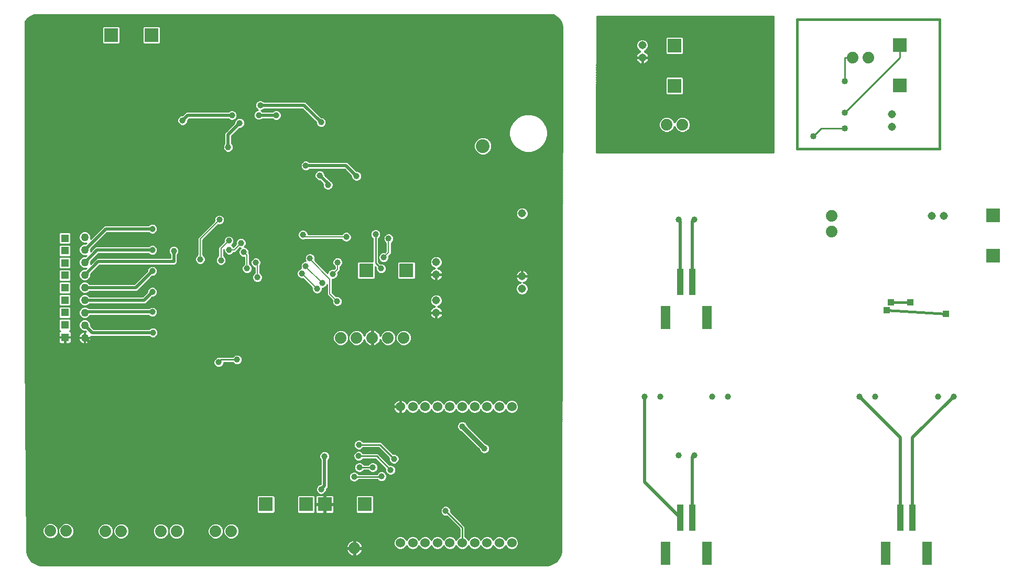
<source format=gbl>
G75*
G70*
%OFA0B0*%
%FSLAX24Y24*%
%IPPOS*%
%LPD*%
%AMOC8*
5,1,8,0,0,1.08239X$1,22.5*
%
%ADD10C,0.0397*%
%ADD11R,0.0433X0.1654*%
%ADD12R,0.0591X0.1457*%
%ADD13C,0.0515*%
%ADD14R,0.0886X0.0886*%
%ADD15C,0.0740*%
%ADD16R,0.0515X0.0515*%
%ADD17C,0.0874*%
%ADD18C,0.0600*%
%ADD19C,0.0500*%
%ADD20C,0.0200*%
%ADD21C,0.0160*%
%ADD22R,0.0396X0.0396*%
%ADD23C,0.0100*%
%ADD24C,0.0400*%
%ADD25C,0.0709*%
%ADD26C,0.0396*%
%ADD27C,0.0300*%
%ADD28C,0.0080*%
D10*
X039936Y011351D03*
X040936Y011351D03*
X044266Y011351D03*
X045266Y011351D03*
X043101Y007601D03*
X042101Y007601D03*
X053601Y011351D03*
X054601Y011351D03*
X058601Y011351D03*
X059601Y011351D03*
X043101Y022601D03*
X042101Y022601D03*
D11*
X042207Y018632D03*
X042994Y018632D03*
X042994Y003632D03*
X042207Y003632D03*
X056207Y003632D03*
X056994Y003632D03*
D12*
X057920Y001369D03*
X055282Y001369D03*
X043920Y001369D03*
X041282Y001369D03*
X041282Y016369D03*
X043920Y016369D03*
D13*
X032151Y018207D03*
X032151Y018994D03*
X026691Y019107D03*
X026691Y019894D03*
X026691Y017464D03*
X026691Y016677D03*
X032161Y022997D03*
X032161Y023784D03*
X039801Y032907D03*
X039801Y033694D03*
X055669Y029309D03*
X055669Y028521D03*
X058207Y022851D03*
X058994Y022851D03*
D14*
X062101Y022880D03*
X062101Y020321D03*
X056169Y031135D03*
X056169Y033694D03*
X041851Y033680D03*
X041851Y031121D03*
X024795Y019371D03*
X022236Y019371D03*
X022160Y004491D03*
X019601Y004491D03*
X018420Y004491D03*
X015861Y004491D03*
X008575Y034331D03*
X006016Y034331D03*
D15*
X020626Y015086D03*
X021626Y015086D03*
X022626Y015086D03*
X023626Y015086D03*
X024626Y015086D03*
X013661Y002781D03*
X012661Y002781D03*
X010181Y002776D03*
X009181Y002776D03*
X006661Y002781D03*
X005661Y002781D03*
X003161Y002796D03*
X002161Y002796D03*
X021486Y001701D03*
X051851Y021851D03*
X051851Y022851D03*
X042351Y028651D03*
X041351Y028651D03*
X053169Y032915D03*
X054169Y032915D03*
D16*
X003076Y021420D03*
X003076Y020633D03*
X003076Y019846D03*
X003076Y019058D03*
X003076Y018271D03*
X003076Y017483D03*
X003076Y016696D03*
X003076Y015909D03*
X003076Y015121D03*
D17*
X029663Y027286D03*
X029663Y028916D03*
D18*
X029925Y010696D03*
X029138Y010696D03*
X028350Y010696D03*
X027563Y010696D03*
X026775Y010696D03*
X025988Y010696D03*
X025201Y010696D03*
X024413Y010696D03*
X030712Y010696D03*
X031500Y010696D03*
X031500Y002035D03*
X030712Y002035D03*
X029925Y002035D03*
X029138Y002035D03*
X028350Y002035D03*
X027563Y002035D03*
X026775Y002035D03*
X025988Y002035D03*
X025201Y002035D03*
X024413Y002035D03*
D19*
X004341Y015081D03*
X004341Y015881D03*
X004341Y016681D03*
X004341Y017481D03*
X004341Y018281D03*
X004341Y019081D03*
X004341Y019881D03*
X004341Y020681D03*
X004341Y021481D03*
D20*
X004341Y020681D02*
X005671Y022011D01*
X008636Y022011D01*
X008636Y020661D02*
X005121Y020661D01*
X004341Y019881D01*
X004341Y019081D02*
X005196Y019936D01*
X010001Y019936D01*
X010001Y020621D01*
X008636Y019326D02*
X007591Y018281D01*
X004341Y018281D01*
X004341Y017481D02*
X008116Y017481D01*
X008636Y018001D01*
X008636Y016726D02*
X004386Y016726D01*
X004341Y016681D01*
X004341Y015881D02*
X004806Y015416D01*
X008671Y015416D01*
X008761Y014091D02*
X008776Y010871D01*
X008906Y010741D01*
X012636Y010601D02*
X012716Y010521D01*
X016996Y007916D02*
X017101Y007916D01*
X017226Y007791D01*
X019591Y007546D02*
X019591Y005661D01*
X019378Y005449D01*
X021736Y012156D02*
X021736Y012271D01*
X013896Y016096D02*
X013541Y016096D01*
X013156Y017176D02*
X013256Y017276D01*
X013351Y017276D01*
X012946Y018846D02*
X013096Y018996D01*
X013106Y018996D01*
X012406Y020296D02*
X012406Y021256D01*
X013006Y021981D01*
X013406Y023511D02*
X013316Y023601D01*
X013141Y023726D01*
X012171Y024886D02*
X012186Y024916D01*
X012081Y024811D01*
X011516Y026306D02*
X011601Y026391D01*
X011711Y026391D01*
X013463Y027208D02*
X013463Y028018D01*
X014191Y028746D01*
X013701Y029236D02*
X010886Y029236D01*
X010561Y028911D01*
X015401Y029251D02*
X016506Y029251D01*
X016516Y029241D01*
X015501Y029876D02*
X018286Y029876D01*
X019371Y028791D01*
X018396Y026031D02*
X020966Y026031D01*
X021626Y025371D01*
X019806Y024891D02*
X019806Y024806D01*
X019806Y024891D02*
X019286Y025411D01*
X027616Y024766D02*
X027766Y024616D01*
X027766Y024301D01*
X042101Y022601D02*
X042207Y022494D01*
X042207Y018632D01*
X042994Y018632D02*
X042994Y022494D01*
X043101Y022601D01*
X039936Y011351D02*
X039936Y005904D01*
X042207Y003632D01*
X042994Y003632D02*
X042994Y007494D01*
X043101Y007601D01*
X053601Y011351D02*
X056207Y008744D01*
X056207Y003632D01*
X056994Y003632D02*
X056994Y008744D01*
X059601Y011351D01*
X008761Y014091D02*
X005496Y014106D01*
X004341Y015081D01*
X003741Y030626D02*
X003706Y030661D01*
X003486Y030661D01*
D21*
X036922Y030541D02*
X041319Y030541D01*
X041342Y030518D02*
X041248Y030612D01*
X041248Y031630D01*
X041342Y031724D01*
X042360Y031724D01*
X042454Y031630D01*
X042454Y030612D01*
X042360Y030518D01*
X041342Y030518D01*
X041248Y030700D02*
X036923Y030700D01*
X036924Y030858D02*
X041248Y030858D01*
X041248Y031017D02*
X036925Y031017D01*
X036926Y031175D02*
X041248Y031175D01*
X041248Y031334D02*
X036927Y031334D01*
X036927Y031492D02*
X041248Y031492D01*
X041268Y031651D02*
X036928Y031651D01*
X036929Y031809D02*
X048101Y031809D01*
X048101Y031651D02*
X042433Y031651D01*
X042454Y031492D02*
X048101Y031492D01*
X048101Y031334D02*
X042454Y031334D01*
X042454Y031175D02*
X048101Y031175D01*
X048101Y031017D02*
X042454Y031017D01*
X042454Y030858D02*
X048101Y030858D01*
X048101Y030700D02*
X042454Y030700D01*
X042383Y030541D02*
X048101Y030541D01*
X048101Y030383D02*
X036921Y030383D01*
X036920Y030224D02*
X048101Y030224D01*
X048101Y030065D02*
X036919Y030065D01*
X036918Y029907D02*
X048101Y029907D01*
X048101Y029748D02*
X036917Y029748D01*
X036916Y029590D02*
X048101Y029590D01*
X048101Y029431D02*
X036915Y029431D01*
X036915Y029273D02*
X048101Y029273D01*
X048101Y029114D02*
X042617Y029114D01*
X042651Y029100D02*
X042456Y029181D01*
X042245Y029181D01*
X042051Y029100D01*
X041901Y028951D01*
X041851Y028829D01*
X041800Y028951D01*
X041651Y029100D01*
X041456Y029181D01*
X041245Y029181D01*
X041051Y029100D01*
X040901Y028951D01*
X040821Y028756D01*
X040821Y028545D01*
X040901Y028351D01*
X041051Y028201D01*
X041245Y028121D01*
X041456Y028121D01*
X041651Y028201D01*
X041800Y028351D01*
X041851Y028473D01*
X041901Y028351D01*
X042051Y028201D01*
X042245Y028121D01*
X042456Y028121D01*
X042651Y028201D01*
X042800Y028351D01*
X042881Y028545D01*
X042881Y028756D01*
X042800Y028951D01*
X042651Y029100D01*
X042795Y028956D02*
X048101Y028956D01*
X048101Y028797D02*
X042864Y028797D01*
X042881Y028639D02*
X048101Y028639D01*
X048101Y028480D02*
X042854Y028480D01*
X042771Y028321D02*
X048101Y028321D01*
X048101Y028163D02*
X042558Y028163D01*
X042144Y028163D02*
X041558Y028163D01*
X041771Y028321D02*
X041931Y028321D01*
X041906Y028956D02*
X041795Y028956D01*
X041617Y029114D02*
X042085Y029114D01*
X041085Y029114D02*
X036914Y029114D01*
X036913Y028956D02*
X040906Y028956D01*
X040838Y028797D02*
X036912Y028797D01*
X036911Y028639D02*
X040821Y028639D01*
X040848Y028480D02*
X036910Y028480D01*
X036909Y028321D02*
X040931Y028321D01*
X041144Y028163D02*
X036908Y028163D01*
X036907Y028004D02*
X048101Y028004D01*
X048101Y027846D02*
X036906Y027846D01*
X036905Y027687D02*
X048101Y027687D01*
X048101Y027529D02*
X036904Y027529D01*
X036904Y027370D02*
X048101Y027370D01*
X048101Y027212D02*
X036903Y027212D01*
X036902Y027053D02*
X048101Y027053D01*
X048101Y026901D02*
X036901Y026901D01*
X036951Y035501D01*
X048101Y035501D01*
X048101Y026901D01*
X047201Y027651D02*
X047201Y028001D01*
X047101Y028001D01*
X049634Y027095D02*
X049634Y035248D01*
X049634Y035348D02*
X058720Y035348D01*
X058720Y027095D01*
X049634Y027095D01*
X043651Y030301D02*
X043551Y030301D01*
X043351Y030101D01*
X040134Y032622D02*
X040086Y032573D01*
X040030Y032533D01*
X039969Y032502D01*
X039903Y032480D01*
X039835Y032470D01*
X039801Y032470D01*
X039801Y032907D01*
X039801Y032907D01*
X040238Y032907D01*
X040238Y032873D01*
X040227Y032805D01*
X040206Y032739D01*
X040175Y032678D01*
X040134Y032622D01*
X040115Y032602D02*
X048101Y032602D01*
X048101Y032444D02*
X036933Y032444D01*
X036934Y032602D02*
X039487Y032602D01*
X039467Y032622D02*
X039516Y032573D01*
X039571Y032533D01*
X039633Y032502D01*
X039698Y032480D01*
X039766Y032470D01*
X039801Y032470D01*
X039801Y032907D01*
X040238Y032907D01*
X040238Y032941D01*
X040227Y033010D01*
X040206Y033075D01*
X040175Y033136D01*
X040134Y033192D01*
X040086Y033241D01*
X040030Y033281D01*
X039969Y033312D01*
X040037Y033341D01*
X040155Y033458D01*
X040218Y033611D01*
X040218Y033778D01*
X040155Y033931D01*
X040037Y034048D01*
X039884Y034112D01*
X039718Y034112D01*
X039564Y034048D01*
X039447Y033931D01*
X039383Y033778D01*
X039383Y033611D01*
X039447Y033458D01*
X039564Y033341D01*
X039633Y033312D01*
X039571Y033281D01*
X039516Y033241D01*
X039467Y033192D01*
X039427Y033136D01*
X039395Y033075D01*
X039374Y033010D01*
X039363Y032941D01*
X039363Y032907D01*
X039363Y032873D01*
X039374Y032805D01*
X039395Y032739D01*
X039427Y032678D01*
X039467Y032622D01*
X039388Y032761D02*
X036935Y032761D01*
X036936Y032919D02*
X039363Y032919D01*
X039363Y032907D02*
X039800Y032907D01*
X039363Y032907D01*
X039397Y033078D02*
X036937Y033078D01*
X036938Y033236D02*
X039511Y033236D01*
X039510Y033395D02*
X036939Y033395D01*
X036939Y033553D02*
X039407Y033553D01*
X039383Y033712D02*
X036940Y033712D01*
X036941Y033871D02*
X039422Y033871D01*
X039545Y034029D02*
X036942Y034029D01*
X036943Y034188D02*
X041248Y034188D01*
X041248Y034189D02*
X041248Y033171D01*
X041342Y033077D01*
X042360Y033077D01*
X042454Y033171D01*
X042454Y034189D01*
X042360Y034283D01*
X041342Y034283D01*
X041248Y034189D01*
X041248Y034029D02*
X040057Y034029D01*
X040180Y033871D02*
X041248Y033871D01*
X041248Y033712D02*
X040218Y033712D01*
X040194Y033553D02*
X041248Y033553D01*
X041248Y033395D02*
X040092Y033395D01*
X040090Y033236D02*
X041248Y033236D01*
X041341Y033078D02*
X040205Y033078D01*
X040238Y032919D02*
X048101Y032919D01*
X048101Y032761D02*
X040213Y032761D01*
X039801Y032761D02*
X039801Y032761D01*
X039801Y032907D02*
X039801Y032907D01*
X039800Y032907D02*
X039800Y032907D01*
X039801Y032602D02*
X039801Y032602D01*
X038151Y031251D02*
X038151Y030951D01*
X037851Y030951D01*
X036930Y031968D02*
X048101Y031968D01*
X048101Y032127D02*
X036931Y032127D01*
X036932Y032285D02*
X048101Y032285D01*
X048101Y033078D02*
X042360Y033078D01*
X042454Y033236D02*
X048101Y033236D01*
X048101Y033395D02*
X042454Y033395D01*
X042454Y033553D02*
X048101Y033553D01*
X048101Y033712D02*
X042454Y033712D01*
X042454Y033871D02*
X048101Y033871D01*
X048101Y034029D02*
X042454Y034029D01*
X042454Y034188D02*
X048101Y034188D01*
X048101Y034346D02*
X036944Y034346D01*
X036945Y034505D02*
X048101Y034505D01*
X048101Y034663D02*
X036946Y034663D01*
X036947Y034822D02*
X048101Y034822D01*
X048101Y034980D02*
X036948Y034980D01*
X036949Y035139D02*
X048101Y035139D01*
X048101Y035297D02*
X036950Y035297D01*
X036951Y035456D02*
X048101Y035456D01*
X046651Y033801D02*
X046651Y033501D01*
X046651Y033801D02*
X046401Y033801D01*
X055601Y017351D02*
X056851Y017351D01*
X055351Y016851D02*
X059101Y016601D01*
D22*
X059101Y016601D03*
X056851Y017351D03*
X055601Y017351D03*
X055351Y016851D03*
X047101Y028001D03*
X043651Y030301D03*
X037851Y030951D03*
X046401Y033801D03*
D23*
X001235Y000691D02*
X001110Y000760D01*
X000996Y000845D01*
X000895Y000946D01*
X000810Y001060D01*
X000741Y001185D01*
X000691Y001319D01*
X000661Y001458D01*
X000651Y001601D01*
X000551Y014327D01*
X000551Y035218D01*
X000635Y035331D01*
X000736Y035432D01*
X000850Y035517D01*
X000975Y035585D01*
X001109Y035635D01*
X001181Y035651D01*
X034086Y035651D01*
X034141Y035630D01*
X034266Y035562D01*
X034381Y035477D01*
X034482Y035376D01*
X034567Y035261D01*
X034635Y035136D01*
X034685Y035003D01*
X034716Y034863D01*
X034726Y034721D01*
X034651Y003101D01*
X034651Y001601D01*
X034641Y001458D01*
X034610Y001319D01*
X034560Y001185D01*
X021552Y001185D01*
X021536Y001185D02*
X021436Y001185D01*
X021436Y001182D02*
X021436Y001651D01*
X020967Y001651D01*
X020979Y001579D01*
X000652Y001579D01*
X000650Y001677D02*
X021436Y001677D01*
X021436Y001651D02*
X021436Y001751D01*
X021436Y002219D01*
X021364Y002208D01*
X021286Y002183D01*
X021213Y002146D01*
X021147Y002097D01*
X021089Y002040D01*
X021041Y001973D01*
X000648Y001973D01*
X000649Y001875D02*
X020996Y001875D01*
X021004Y001900D02*
X020979Y001823D01*
X020967Y001751D01*
X021436Y001751D01*
X021536Y001751D01*
X021536Y002219D01*
X021608Y002208D01*
X021685Y002183D01*
X021758Y002146D01*
X021825Y002097D01*
X021882Y002040D01*
X021931Y001973D01*
X023983Y001973D01*
X023983Y001950D02*
X024049Y001791D01*
X024170Y001671D01*
X024328Y001605D01*
X024499Y001605D01*
X024657Y001671D01*
X024778Y001791D01*
X024807Y001862D01*
X024836Y001791D01*
X024957Y001671D01*
X025115Y001605D01*
X025286Y001605D01*
X025444Y001671D01*
X025565Y001791D01*
X025594Y001862D01*
X025623Y001791D01*
X025744Y001671D01*
X025902Y001605D01*
X026074Y001605D01*
X026232Y001671D01*
X026352Y001791D01*
X026382Y001862D01*
X026411Y001791D01*
X026532Y001671D01*
X026690Y001605D01*
X026861Y001605D01*
X027019Y001671D01*
X027140Y001791D01*
X027169Y001862D01*
X027198Y001791D01*
X027319Y001671D01*
X027477Y001605D01*
X027648Y001605D01*
X027806Y001671D01*
X027927Y001791D01*
X027956Y001862D01*
X027986Y001791D01*
X028107Y001671D01*
X028265Y001605D01*
X028436Y001605D01*
X028594Y001671D01*
X028715Y001791D01*
X028744Y001862D01*
X028773Y001791D01*
X028894Y001671D01*
X029052Y001605D01*
X029223Y001605D01*
X029381Y001671D01*
X029502Y001791D01*
X029531Y001862D01*
X029560Y001791D01*
X029681Y001671D01*
X029839Y001605D01*
X030011Y001605D01*
X030169Y001671D01*
X030289Y001791D01*
X030319Y001862D01*
X030348Y001791D01*
X030469Y001671D01*
X030627Y001605D01*
X030798Y001605D01*
X030956Y001671D01*
X031077Y001791D01*
X031106Y001862D01*
X031135Y001791D01*
X031256Y001671D01*
X031414Y001605D01*
X031585Y001605D01*
X031743Y001671D01*
X031864Y001791D01*
X031930Y001950D01*
X031930Y002121D01*
X031864Y002279D01*
X031743Y002400D01*
X031585Y002465D01*
X031414Y002465D01*
X031256Y002400D01*
X031135Y002279D01*
X031106Y002208D01*
X031077Y002279D01*
X030956Y002400D01*
X030798Y002465D01*
X030627Y002465D01*
X030469Y002400D01*
X030348Y002279D01*
X030319Y002208D01*
X030289Y002279D01*
X030169Y002400D01*
X030011Y002465D01*
X029839Y002465D01*
X029681Y002400D01*
X029560Y002279D01*
X029531Y002208D01*
X029502Y002279D01*
X029381Y002400D01*
X029223Y002465D01*
X029052Y002465D01*
X028894Y002400D01*
X028773Y002279D01*
X028744Y002208D01*
X028715Y002279D01*
X028594Y002400D01*
X028530Y002426D01*
X028530Y003081D01*
X028425Y003186D01*
X027621Y003990D01*
X027624Y003995D01*
X027624Y004126D01*
X027574Y004247D01*
X027482Y004339D01*
X027361Y004389D01*
X027230Y004389D01*
X027110Y004339D01*
X027018Y004247D01*
X026968Y004126D01*
X026968Y003995D01*
X027018Y003875D01*
X027110Y003783D01*
X027230Y003733D01*
X027361Y003733D01*
X027367Y003735D01*
X028170Y002932D01*
X028170Y002426D01*
X028107Y002400D01*
X027986Y002279D01*
X027956Y002208D01*
X027927Y002279D01*
X027806Y002400D01*
X027648Y002465D01*
X027477Y002465D01*
X027319Y002400D01*
X027198Y002279D01*
X027169Y002208D01*
X027140Y002279D01*
X027019Y002400D01*
X026861Y002465D01*
X026690Y002465D01*
X026532Y002400D01*
X026411Y002279D01*
X026382Y002208D01*
X026352Y002279D01*
X026232Y002400D01*
X026074Y002465D01*
X025902Y002465D01*
X025744Y002400D01*
X025623Y002279D01*
X025594Y002208D01*
X025565Y002279D01*
X025444Y002400D01*
X025286Y002465D01*
X025115Y002465D01*
X024957Y002400D01*
X024836Y002279D01*
X024807Y002208D01*
X024778Y002279D01*
X024657Y002400D01*
X024499Y002465D01*
X024328Y002465D01*
X024170Y002400D01*
X024049Y002279D01*
X023983Y002121D01*
X023983Y001950D01*
X024014Y001875D02*
X021976Y001875D01*
X021968Y001900D02*
X021931Y001973D01*
X021968Y001900D02*
X021993Y001823D01*
X022004Y001751D01*
X021536Y001751D01*
X021536Y001651D01*
X022004Y001651D01*
X021993Y001579D01*
X021968Y001501D01*
X021931Y001428D01*
X021882Y001362D01*
X021825Y001304D01*
X021758Y001256D01*
X021685Y001219D01*
X021608Y001194D01*
X021536Y001182D01*
X021536Y001651D01*
X021436Y001651D01*
X021436Y001579D02*
X021536Y001579D01*
X021536Y001677D02*
X024163Y001677D01*
X024064Y001776D02*
X022000Y001776D01*
X021993Y001579D02*
X034649Y001579D01*
X034651Y001677D02*
X031750Y001677D01*
X031849Y001776D02*
X034651Y001776D01*
X034651Y001875D02*
X031899Y001875D01*
X031930Y001973D02*
X034651Y001973D01*
X034651Y002072D02*
X031930Y002072D01*
X031909Y002170D02*
X034651Y002170D01*
X034651Y002269D02*
X031868Y002269D01*
X031776Y002367D02*
X034651Y002367D01*
X034651Y002466D02*
X028530Y002466D01*
X028530Y002564D02*
X034651Y002564D01*
X034651Y002663D02*
X028530Y002663D01*
X028530Y002761D02*
X034651Y002761D01*
X034651Y002860D02*
X028530Y002860D01*
X028530Y002959D02*
X034651Y002959D01*
X034651Y003057D02*
X028530Y003057D01*
X028455Y003156D02*
X034651Y003156D01*
X034651Y003254D02*
X028357Y003254D01*
X028258Y003353D02*
X034651Y003353D01*
X034652Y003451D02*
X028160Y003451D01*
X028061Y003550D02*
X034652Y003550D01*
X034652Y003648D02*
X027963Y003648D01*
X027864Y003747D02*
X034652Y003747D01*
X034653Y003845D02*
X027766Y003845D01*
X027667Y003944D02*
X034653Y003944D01*
X034653Y004043D02*
X027624Y004043D01*
X027618Y004141D02*
X034653Y004141D01*
X034654Y004240D02*
X027577Y004240D01*
X027482Y004338D02*
X034654Y004338D01*
X034654Y004437D02*
X022733Y004437D01*
X022733Y004535D02*
X034654Y004535D01*
X034654Y004634D02*
X022733Y004634D01*
X022733Y004732D02*
X034655Y004732D01*
X034655Y004831D02*
X022733Y004831D01*
X022733Y004929D02*
X034655Y004929D01*
X034655Y005028D02*
X022693Y005028D01*
X022657Y005064D02*
X021664Y005064D01*
X021587Y004988D01*
X021587Y003994D01*
X021664Y003918D01*
X022657Y003918D01*
X022733Y003994D01*
X022733Y004988D01*
X022657Y005064D01*
X022733Y004338D02*
X027109Y004338D01*
X027015Y004240D02*
X022733Y004240D01*
X022733Y004141D02*
X026974Y004141D01*
X026968Y004043D02*
X022733Y004043D01*
X022683Y003944D02*
X026989Y003944D01*
X027047Y003845D02*
X000633Y003845D01*
X000634Y003747D02*
X027196Y003747D01*
X027454Y003648D02*
X000635Y003648D01*
X000635Y003550D02*
X027552Y003550D01*
X027651Y003451D02*
X000636Y003451D01*
X000637Y003353D02*
X027749Y003353D01*
X027848Y003254D02*
X013824Y003254D01*
X013760Y003281D02*
X013944Y003205D01*
X014085Y003064D01*
X014161Y002880D01*
X014161Y002681D01*
X014085Y002498D01*
X013944Y002357D01*
X013760Y002281D01*
X013561Y002281D01*
X013378Y002357D01*
X013237Y002498D01*
X013161Y002681D01*
X013161Y002880D01*
X013237Y003064D01*
X013378Y003205D01*
X013561Y003281D01*
X013760Y003281D01*
X013497Y003254D02*
X012824Y003254D01*
X012760Y003281D02*
X012561Y003281D01*
X012378Y003205D01*
X012237Y003064D01*
X012161Y002880D01*
X012161Y002681D01*
X012237Y002498D01*
X012378Y002357D01*
X012561Y002281D01*
X012760Y002281D01*
X012944Y002357D01*
X013085Y002498D01*
X013161Y002681D01*
X013161Y002880D01*
X013085Y003064D01*
X012944Y003205D01*
X012760Y003281D01*
X012497Y003254D02*
X010332Y003254D01*
X010280Y003276D02*
X010464Y003200D01*
X010605Y003059D01*
X010681Y002875D01*
X010681Y002676D01*
X010605Y002493D01*
X010464Y002352D01*
X010280Y002276D01*
X010081Y002276D01*
X009898Y002352D01*
X009757Y002493D01*
X009681Y002676D01*
X009681Y002875D01*
X009757Y003059D01*
X009898Y003200D01*
X010081Y003276D01*
X010280Y003276D01*
X010029Y003254D02*
X009332Y003254D01*
X009280Y003276D02*
X009464Y003200D01*
X009605Y003059D01*
X009681Y002875D01*
X009681Y002676D01*
X009605Y002493D01*
X009464Y002352D01*
X009280Y002276D01*
X009081Y002276D01*
X008898Y002352D01*
X008757Y002493D01*
X008681Y002676D01*
X008681Y002875D01*
X008757Y003059D01*
X008898Y003200D01*
X009081Y003276D01*
X009280Y003276D01*
X009029Y003254D02*
X006824Y003254D01*
X006760Y003281D02*
X006944Y003205D01*
X007085Y003064D01*
X007161Y002880D01*
X007161Y002681D01*
X007085Y002498D01*
X006944Y002357D01*
X006760Y002281D01*
X006561Y002281D01*
X006378Y002357D01*
X006237Y002498D01*
X006161Y002681D01*
X006161Y002880D01*
X006237Y003064D01*
X006378Y003205D01*
X006561Y003281D01*
X006760Y003281D01*
X006497Y003254D02*
X005824Y003254D01*
X005760Y003281D02*
X005944Y003205D01*
X006085Y003064D01*
X006161Y002880D01*
X006161Y002681D01*
X006085Y002498D01*
X005944Y002357D01*
X005760Y002281D01*
X005561Y002281D01*
X005378Y002357D01*
X005237Y002498D01*
X005161Y002681D01*
X005161Y002880D01*
X005237Y003064D01*
X005378Y003205D01*
X005561Y003281D01*
X005760Y003281D01*
X005497Y003254D02*
X003361Y003254D01*
X003444Y003220D02*
X003260Y003296D01*
X003061Y003296D01*
X002878Y003220D01*
X002737Y003079D01*
X002661Y002895D01*
X002661Y002696D01*
X002737Y002513D01*
X002878Y002372D01*
X003061Y002296D01*
X003260Y002296D01*
X003444Y002372D01*
X003585Y002513D01*
X003661Y002696D01*
X003661Y002895D01*
X003585Y003079D01*
X003444Y003220D01*
X003508Y003156D02*
X005329Y003156D01*
X005234Y003057D02*
X003594Y003057D01*
X003635Y002959D02*
X005193Y002959D01*
X005161Y002860D02*
X003661Y002860D01*
X003661Y002761D02*
X005161Y002761D01*
X005168Y002663D02*
X003647Y002663D01*
X003606Y002564D02*
X005209Y002564D01*
X005269Y002466D02*
X003538Y002466D01*
X003433Y002367D02*
X005367Y002367D01*
X005954Y002367D02*
X006367Y002367D01*
X006269Y002466D02*
X006053Y002466D01*
X006112Y002564D02*
X006209Y002564D01*
X006168Y002663D02*
X006153Y002663D01*
X006161Y002761D02*
X006161Y002761D01*
X006161Y002860D02*
X006161Y002860D01*
X006128Y002959D02*
X006193Y002959D01*
X006234Y003057D02*
X006088Y003057D01*
X005993Y003156D02*
X006329Y003156D01*
X006993Y003156D02*
X008854Y003156D01*
X008756Y003057D02*
X007088Y003057D01*
X007128Y002959D02*
X008715Y002959D01*
X008681Y002860D02*
X007161Y002860D01*
X007161Y002761D02*
X008681Y002761D01*
X008686Y002663D02*
X007153Y002663D01*
X007112Y002564D02*
X008727Y002564D01*
X008784Y002466D02*
X007053Y002466D01*
X006954Y002367D02*
X008882Y002367D01*
X009479Y002367D02*
X009882Y002367D01*
X009784Y002466D02*
X009578Y002466D01*
X009634Y002564D02*
X009727Y002564D01*
X009686Y002663D02*
X009675Y002663D01*
X009681Y002761D02*
X009681Y002761D01*
X009681Y002860D02*
X009681Y002860D01*
X009715Y002959D02*
X009646Y002959D01*
X009605Y003057D02*
X009756Y003057D01*
X009854Y003156D02*
X009508Y003156D01*
X010508Y003156D02*
X012329Y003156D01*
X012234Y003057D02*
X010605Y003057D01*
X010646Y002959D02*
X012193Y002959D01*
X012161Y002860D02*
X010681Y002860D01*
X010681Y002761D02*
X012161Y002761D01*
X012168Y002663D02*
X010675Y002663D01*
X010634Y002564D02*
X012209Y002564D01*
X012269Y002466D02*
X010578Y002466D01*
X010479Y002367D02*
X012367Y002367D01*
X012954Y002367D02*
X013367Y002367D01*
X013269Y002466D02*
X013053Y002466D01*
X013112Y002564D02*
X013209Y002564D01*
X013168Y002663D02*
X013153Y002663D01*
X013161Y002761D02*
X013161Y002761D01*
X013161Y002860D02*
X013161Y002860D01*
X013128Y002959D02*
X013193Y002959D01*
X013234Y003057D02*
X013088Y003057D01*
X012993Y003156D02*
X013329Y003156D01*
X013993Y003156D02*
X027946Y003156D01*
X028045Y003057D02*
X014088Y003057D01*
X014128Y002959D02*
X028143Y002959D01*
X028170Y002860D02*
X014161Y002860D01*
X014161Y002761D02*
X028170Y002761D01*
X028170Y002663D02*
X014153Y002663D01*
X014112Y002564D02*
X028170Y002564D01*
X028170Y002466D02*
X014053Y002466D01*
X013954Y002367D02*
X024137Y002367D01*
X024045Y002269D02*
X000646Y002269D01*
X000645Y002367D02*
X001889Y002367D01*
X001878Y002372D02*
X002061Y002296D01*
X002260Y002296D01*
X002444Y002372D01*
X002585Y002513D01*
X002661Y002696D01*
X002661Y002895D01*
X002585Y003079D01*
X002444Y003220D01*
X002260Y003296D01*
X002061Y003296D01*
X001878Y003220D01*
X001737Y003079D01*
X001661Y002895D01*
X001661Y002696D01*
X001737Y002513D01*
X001878Y002372D01*
X001784Y002466D02*
X000644Y002466D01*
X000643Y002564D02*
X001715Y002564D01*
X001675Y002663D02*
X000642Y002663D01*
X000642Y002761D02*
X001661Y002761D01*
X001661Y002860D02*
X000641Y002860D01*
X000640Y002959D02*
X001687Y002959D01*
X001728Y003057D02*
X000639Y003057D01*
X000639Y003156D02*
X001814Y003156D01*
X001961Y003254D02*
X000638Y003254D01*
X000632Y003944D02*
X015338Y003944D01*
X015364Y003918D02*
X016358Y003918D01*
X016434Y003994D01*
X016434Y004988D01*
X016358Y005064D01*
X015364Y005064D01*
X015288Y004988D01*
X015288Y003994D01*
X015364Y003918D01*
X015288Y004043D02*
X000632Y004043D01*
X000631Y004141D02*
X015288Y004141D01*
X015288Y004240D02*
X000630Y004240D01*
X000629Y004338D02*
X015288Y004338D01*
X015288Y004437D02*
X000629Y004437D01*
X000628Y004535D02*
X015288Y004535D01*
X015288Y004634D02*
X000627Y004634D01*
X000626Y004732D02*
X015288Y004732D01*
X015288Y004831D02*
X000625Y004831D01*
X000625Y004929D02*
X015288Y004929D01*
X015329Y005028D02*
X000624Y005028D01*
X000623Y005126D02*
X019298Y005126D01*
X019313Y005120D02*
X019443Y005120D01*
X019564Y005170D01*
X019656Y005263D01*
X019706Y005383D01*
X019706Y005451D01*
X019821Y005566D01*
X019821Y005756D01*
X019821Y007312D01*
X019869Y007360D01*
X019919Y007480D01*
X019919Y007611D01*
X019869Y007732D01*
X019777Y007824D01*
X019656Y007874D01*
X019525Y007874D01*
X019405Y007824D01*
X019313Y007732D01*
X019263Y007611D01*
X019263Y007480D01*
X019313Y007360D01*
X019361Y007312D01*
X019361Y005777D01*
X019313Y005777D01*
X019192Y005727D01*
X019100Y005634D01*
X019050Y005514D01*
X019050Y005383D01*
X019100Y005263D01*
X019192Y005170D01*
X019313Y005120D01*
X019458Y005126D02*
X034656Y005126D01*
X034656Y005225D02*
X019619Y005225D01*
X019681Y005324D02*
X034656Y005324D01*
X034656Y005422D02*
X019706Y005422D01*
X019775Y005521D02*
X034657Y005521D01*
X034657Y005619D02*
X019821Y005619D01*
X019821Y005718D02*
X034657Y005718D01*
X034657Y005816D02*
X019821Y005816D01*
X019821Y005915D02*
X021400Y005915D01*
X021405Y005913D02*
X021536Y005913D01*
X021657Y005963D01*
X021749Y006055D01*
X021751Y006061D01*
X022952Y006061D01*
X023030Y005983D01*
X023150Y005933D01*
X023281Y005933D01*
X023402Y005983D01*
X023494Y006075D01*
X023544Y006195D01*
X023544Y006326D01*
X023494Y006447D01*
X023402Y006539D01*
X023281Y006589D01*
X023150Y006589D01*
X023030Y006539D01*
X022938Y006447D01*
X022927Y006421D01*
X021751Y006421D01*
X021749Y006427D01*
X021657Y006519D01*
X021536Y006569D01*
X021405Y006569D01*
X021285Y006519D01*
X021193Y006427D01*
X021143Y006306D01*
X021143Y006175D01*
X021193Y006055D01*
X021285Y005963D01*
X021405Y005913D01*
X021541Y005915D02*
X034657Y005915D01*
X034658Y006013D02*
X023432Y006013D01*
X023509Y006112D02*
X034658Y006112D01*
X034658Y006210D02*
X023544Y006210D01*
X023544Y006309D02*
X034658Y006309D01*
X034659Y006408D02*
X023992Y006408D01*
X023977Y006393D02*
X024069Y006485D01*
X024119Y006605D01*
X024119Y006736D01*
X024069Y006857D01*
X023977Y006949D01*
X023856Y006999D01*
X023725Y006999D01*
X023717Y006999D01*
X023720Y006996D02*
X022975Y007741D01*
X022826Y007741D01*
X022041Y007741D01*
X022039Y007747D01*
X021947Y007839D01*
X021826Y007889D01*
X021695Y007889D01*
X021575Y007839D01*
X021483Y007747D01*
X021433Y007626D01*
X021433Y007495D01*
X021483Y007375D01*
X021575Y007283D01*
X021695Y007233D01*
X021826Y007233D01*
X021947Y007283D01*
X022039Y007375D01*
X022041Y007381D01*
X022826Y007381D01*
X023465Y006742D01*
X023463Y006736D01*
X023463Y006605D01*
X022884Y006605D01*
X022842Y006563D02*
X022934Y006655D01*
X022984Y006775D01*
X022984Y006906D01*
X022934Y007027D01*
X022842Y007119D01*
X022721Y007169D01*
X022590Y007169D01*
X022470Y007119D01*
X022378Y007027D01*
X022375Y007021D01*
X022091Y007021D01*
X022089Y007027D01*
X021997Y007119D01*
X021876Y007169D01*
X021745Y007169D01*
X021625Y007119D01*
X021533Y007027D01*
X021483Y006906D01*
X021483Y006775D01*
X021533Y006655D01*
X021625Y006563D01*
X021745Y006513D01*
X021876Y006513D01*
X021997Y006563D01*
X022089Y006655D01*
X022091Y006661D01*
X022375Y006661D01*
X022378Y006655D01*
X022470Y006563D01*
X022590Y006513D01*
X022721Y006513D01*
X022842Y006563D01*
X022997Y006506D02*
X021669Y006506D01*
X021583Y006605D02*
X019821Y006605D01*
X019821Y006703D02*
X021513Y006703D01*
X021483Y006802D02*
X019821Y006802D01*
X019821Y006900D02*
X021483Y006900D01*
X021521Y006999D02*
X019821Y006999D01*
X019821Y007097D02*
X021603Y007097D01*
X021563Y007294D02*
X019821Y007294D01*
X019821Y007196D02*
X023011Y007196D01*
X022913Y007294D02*
X021958Y007294D01*
X022018Y007097D02*
X022448Y007097D01*
X022656Y006841D02*
X021811Y006841D01*
X022039Y006605D02*
X022428Y006605D01*
X022954Y006703D02*
X023463Y006703D01*
X023463Y006605D02*
X023513Y006485D01*
X023605Y006393D01*
X023725Y006343D01*
X023856Y006343D01*
X023977Y006393D01*
X024078Y006506D02*
X034659Y006506D01*
X034659Y006605D02*
X024119Y006605D01*
X024119Y006703D02*
X034659Y006703D01*
X034660Y006802D02*
X024092Y006802D01*
X024025Y006900D02*
X034660Y006900D01*
X034660Y006999D02*
X023856Y006999D01*
X023940Y007048D02*
X024071Y007048D01*
X024192Y007098D01*
X024284Y007190D01*
X024334Y007310D01*
X024334Y007441D01*
X024284Y007562D01*
X024192Y007654D01*
X024071Y007704D01*
X023940Y007704D01*
X023935Y007701D01*
X023180Y008456D01*
X023031Y008456D01*
X022051Y008456D01*
X022049Y008462D01*
X021957Y008554D01*
X021836Y008604D01*
X021705Y008604D01*
X021585Y008554D01*
X021493Y008462D01*
X021443Y008341D01*
X021443Y008210D01*
X021493Y008090D01*
X021585Y007998D01*
X021705Y007948D01*
X021836Y007948D01*
X021957Y007998D01*
X022049Y008090D01*
X022051Y008096D01*
X023031Y008096D01*
X023680Y007447D01*
X023678Y007441D01*
X023678Y007310D01*
X023728Y007190D01*
X023820Y007098D01*
X023940Y007048D01*
X023821Y007097D02*
X023619Y007097D01*
X023520Y007196D02*
X023725Y007196D01*
X023684Y007294D02*
X023422Y007294D01*
X023323Y007393D02*
X023678Y007393D01*
X023635Y007492D02*
X023225Y007492D01*
X023126Y007590D02*
X023537Y007590D01*
X023438Y007689D02*
X023027Y007689D01*
X022901Y007561D02*
X023791Y006671D01*
X023504Y006506D02*
X023434Y006506D01*
X023510Y006408D02*
X023590Y006408D01*
X023216Y006261D02*
X023196Y006241D01*
X021471Y006241D01*
X021707Y006013D02*
X022999Y006013D01*
X022984Y006802D02*
X023405Y006802D01*
X023307Y006900D02*
X022984Y006900D01*
X022945Y006999D02*
X023208Y006999D01*
X023110Y007097D02*
X022863Y007097D01*
X022901Y007561D02*
X021761Y007561D01*
X021998Y007787D02*
X023340Y007787D01*
X023241Y007886D02*
X021834Y007886D01*
X021924Y007984D02*
X023143Y007984D01*
X023044Y008083D02*
X022042Y008083D01*
X021771Y008276D02*
X023106Y008276D01*
X024006Y007376D01*
X024313Y007492D02*
X034661Y007492D01*
X034661Y007590D02*
X024255Y007590D01*
X024108Y007689D02*
X034662Y007689D01*
X034662Y007787D02*
X029976Y007787D01*
X029947Y007758D02*
X030039Y007850D01*
X030089Y007970D01*
X030089Y008101D01*
X030039Y008222D01*
X029947Y008314D01*
X029830Y008362D01*
X028677Y009515D01*
X028629Y009632D01*
X028537Y009724D01*
X028416Y009774D01*
X028285Y009774D01*
X028165Y009724D01*
X028073Y009632D01*
X028023Y009511D01*
X028023Y009380D01*
X028073Y009260D01*
X028165Y009168D01*
X028281Y009119D01*
X029434Y007966D01*
X029483Y007850D01*
X029575Y007758D01*
X029695Y007708D01*
X029826Y007708D01*
X029947Y007758D01*
X030054Y007886D02*
X034662Y007886D01*
X034662Y007984D02*
X030089Y007984D01*
X030089Y008083D02*
X034663Y008083D01*
X034663Y008181D02*
X030056Y008181D01*
X029981Y008280D02*
X034663Y008280D01*
X034663Y008378D02*
X029814Y008378D01*
X029716Y008477D02*
X034664Y008477D01*
X034664Y008576D02*
X029617Y008576D01*
X029518Y008674D02*
X034664Y008674D01*
X034664Y008773D02*
X029420Y008773D01*
X029321Y008871D02*
X034664Y008871D01*
X034665Y008970D02*
X029223Y008970D01*
X029124Y009068D02*
X034665Y009068D01*
X034665Y009167D02*
X029026Y009167D01*
X028927Y009265D02*
X034665Y009265D01*
X034666Y009364D02*
X028829Y009364D01*
X028730Y009462D02*
X034666Y009462D01*
X034666Y009561D02*
X028658Y009561D01*
X028601Y009659D02*
X034666Y009659D01*
X034667Y009758D02*
X028454Y009758D01*
X028247Y009758D02*
X000587Y009758D01*
X000587Y009659D02*
X028101Y009659D01*
X028043Y009561D02*
X000588Y009561D01*
X000589Y009462D02*
X028023Y009462D01*
X028030Y009364D02*
X000590Y009364D01*
X000591Y009265D02*
X028070Y009265D01*
X028167Y009167D02*
X000591Y009167D01*
X000592Y009068D02*
X028332Y009068D01*
X028431Y008970D02*
X000593Y008970D01*
X000594Y008871D02*
X028529Y008871D01*
X028628Y008773D02*
X000594Y008773D01*
X000595Y008674D02*
X028727Y008674D01*
X028825Y008576D02*
X021904Y008576D01*
X022034Y008477D02*
X028924Y008477D01*
X029022Y008378D02*
X023258Y008378D01*
X023356Y008280D02*
X029121Y008280D01*
X029219Y008181D02*
X023455Y008181D01*
X023553Y008083D02*
X029318Y008083D01*
X029416Y007984D02*
X023652Y007984D01*
X023750Y007886D02*
X029468Y007886D01*
X029545Y007787D02*
X023849Y007787D01*
X024334Y007393D02*
X034661Y007393D01*
X034661Y007294D02*
X024327Y007294D01*
X024286Y007196D02*
X034661Y007196D01*
X034660Y007097D02*
X024191Y007097D01*
X023725Y006999D02*
X023720Y006996D01*
X021688Y007886D02*
X000601Y007886D01*
X000601Y007984D02*
X021617Y007984D01*
X021500Y008083D02*
X000600Y008083D01*
X000599Y008181D02*
X021455Y008181D01*
X021443Y008280D02*
X000598Y008280D01*
X000598Y008378D02*
X021458Y008378D01*
X021508Y008477D02*
X000597Y008477D01*
X000596Y008576D02*
X021637Y008576D01*
X021523Y007787D02*
X019813Y007787D01*
X019887Y007689D02*
X021459Y007689D01*
X021433Y007590D02*
X019919Y007590D01*
X019919Y007492D02*
X021434Y007492D01*
X021475Y007393D02*
X019883Y007393D01*
X019361Y007294D02*
X000606Y007294D01*
X000607Y007196D02*
X019361Y007196D01*
X019361Y007097D02*
X000608Y007097D01*
X000608Y006999D02*
X019361Y006999D01*
X019361Y006900D02*
X000609Y006900D01*
X000610Y006802D02*
X019361Y006802D01*
X019361Y006703D02*
X000611Y006703D01*
X000611Y006605D02*
X019361Y006605D01*
X019361Y006506D02*
X000612Y006506D01*
X000613Y006408D02*
X019361Y006408D01*
X019361Y006309D02*
X000614Y006309D01*
X000615Y006210D02*
X019361Y006210D01*
X019361Y006112D02*
X000615Y006112D01*
X000616Y006013D02*
X019361Y006013D01*
X019361Y005915D02*
X000617Y005915D01*
X000618Y005816D02*
X019361Y005816D01*
X019183Y005718D02*
X000618Y005718D01*
X000619Y005619D02*
X019094Y005619D01*
X019053Y005521D02*
X000620Y005521D01*
X000621Y005422D02*
X019050Y005422D01*
X019075Y005324D02*
X000622Y005324D01*
X000622Y005225D02*
X019138Y005225D01*
X019139Y005084D02*
X019100Y005073D01*
X019066Y005054D01*
X019038Y005026D01*
X019019Y004992D01*
X019008Y004953D01*
X019008Y004541D01*
X019551Y004541D01*
X019551Y004441D01*
X019008Y004441D01*
X019008Y004028D01*
X019019Y003990D01*
X019038Y003956D01*
X019066Y003928D01*
X019100Y003908D01*
X019139Y003898D01*
X019551Y003898D01*
X019551Y004441D01*
X019651Y004441D01*
X019651Y003898D01*
X020064Y003898D01*
X020102Y003908D01*
X020136Y003928D01*
X020164Y003956D01*
X020184Y003990D01*
X020194Y004028D01*
X020194Y004441D01*
X019651Y004441D01*
X019651Y004541D01*
X019551Y004541D01*
X019551Y005084D01*
X019139Y005084D01*
X019040Y005028D02*
X018953Y005028D01*
X018917Y005064D02*
X017924Y005064D01*
X017847Y004988D01*
X017847Y003994D01*
X017924Y003918D01*
X018917Y003918D01*
X018993Y003994D01*
X018993Y004988D01*
X018917Y005064D01*
X018993Y004929D02*
X019008Y004929D01*
X019008Y004831D02*
X018993Y004831D01*
X018993Y004732D02*
X019008Y004732D01*
X019008Y004634D02*
X018993Y004634D01*
X018993Y004535D02*
X019551Y004535D01*
X019551Y004437D02*
X019651Y004437D01*
X019651Y004535D02*
X021587Y004535D01*
X021587Y004437D02*
X020194Y004437D01*
X020194Y004338D02*
X021587Y004338D01*
X021587Y004240D02*
X020194Y004240D01*
X020194Y004141D02*
X021587Y004141D01*
X021587Y004043D02*
X020194Y004043D01*
X020152Y003944D02*
X021637Y003944D01*
X021587Y004634D02*
X020194Y004634D01*
X020194Y004541D02*
X020194Y004953D01*
X020184Y004992D01*
X020164Y005026D01*
X020136Y005054D01*
X020102Y005073D01*
X020064Y005084D01*
X019651Y005084D01*
X019651Y004541D01*
X020194Y004541D01*
X020194Y004732D02*
X021587Y004732D01*
X021587Y004831D02*
X020194Y004831D01*
X020194Y004929D02*
X021587Y004929D01*
X021628Y005028D02*
X020162Y005028D01*
X019651Y005028D02*
X019551Y005028D01*
X019551Y004929D02*
X019651Y004929D01*
X019651Y004831D02*
X019551Y004831D01*
X019551Y004732D02*
X019651Y004732D01*
X019651Y004634D02*
X019551Y004634D01*
X019551Y004338D02*
X019651Y004338D01*
X019651Y004240D02*
X019551Y004240D01*
X019551Y004141D02*
X019651Y004141D01*
X019651Y004043D02*
X019551Y004043D01*
X019551Y003944D02*
X019651Y003944D01*
X019050Y003944D02*
X018943Y003944D01*
X018993Y004043D02*
X019008Y004043D01*
X019008Y004141D02*
X018993Y004141D01*
X018993Y004240D02*
X019008Y004240D01*
X019008Y004338D02*
X018993Y004338D01*
X018993Y004437D02*
X019008Y004437D01*
X017847Y004437D02*
X016434Y004437D01*
X016434Y004535D02*
X017847Y004535D01*
X017847Y004634D02*
X016434Y004634D01*
X016434Y004732D02*
X017847Y004732D01*
X017847Y004831D02*
X016434Y004831D01*
X016434Y004929D02*
X017847Y004929D01*
X017888Y005028D02*
X016394Y005028D01*
X016434Y004338D02*
X017847Y004338D01*
X017847Y004240D02*
X016434Y004240D01*
X016434Y004141D02*
X017847Y004141D01*
X017847Y004043D02*
X016434Y004043D01*
X016384Y003944D02*
X017897Y003944D01*
X015096Y005596D02*
X015096Y005791D01*
X015076Y005811D01*
X019299Y007393D02*
X000605Y007393D01*
X000604Y007492D02*
X019263Y007492D01*
X019263Y007590D02*
X000604Y007590D01*
X000603Y007689D02*
X019295Y007689D01*
X019368Y007787D02*
X000602Y007787D01*
X000586Y009857D02*
X034667Y009857D01*
X034667Y009955D02*
X000585Y009955D01*
X000584Y010054D02*
X034667Y010054D01*
X034668Y010152D02*
X000584Y010152D01*
X000583Y010251D02*
X024351Y010251D01*
X024378Y010246D02*
X024308Y010258D01*
X024240Y010279D01*
X024177Y010312D01*
X024120Y010353D01*
X024070Y010403D01*
X024028Y010461D01*
X023996Y010524D01*
X023974Y010591D01*
X023963Y010661D01*
X023963Y010668D01*
X024384Y010668D01*
X024384Y010725D01*
X023963Y010725D01*
X023963Y010732D01*
X023974Y010802D01*
X023996Y010869D01*
X024028Y010932D01*
X024070Y010990D01*
X024120Y011040D01*
X024177Y011081D01*
X024240Y011114D01*
X024308Y011135D01*
X024378Y011146D01*
X024384Y011146D01*
X024384Y010725D01*
X024442Y010725D01*
X024442Y011146D01*
X024449Y011146D01*
X024519Y011135D01*
X024586Y011114D01*
X024649Y011081D01*
X024706Y011040D01*
X024756Y010990D01*
X024798Y010932D01*
X024817Y010895D01*
X024836Y010940D01*
X024957Y011061D01*
X025115Y011126D01*
X025286Y011126D01*
X025444Y011061D01*
X025565Y010940D01*
X025594Y010870D01*
X025623Y010940D01*
X025744Y011061D01*
X025902Y011126D01*
X026074Y011126D01*
X026232Y011061D01*
X026352Y010940D01*
X026382Y010870D01*
X026411Y010940D01*
X026532Y011061D01*
X026690Y011126D01*
X026861Y011126D01*
X027019Y011061D01*
X027140Y010940D01*
X027169Y010870D01*
X027198Y010940D01*
X027319Y011061D01*
X027477Y011126D01*
X027648Y011126D01*
X027806Y011061D01*
X027927Y010940D01*
X027956Y010870D01*
X027986Y010940D01*
X028107Y011061D01*
X028265Y011126D01*
X028436Y011126D01*
X028594Y011061D01*
X028715Y010940D01*
X028744Y010870D01*
X028773Y010940D01*
X028894Y011061D01*
X029052Y011126D01*
X029223Y011126D01*
X029381Y011061D01*
X029502Y010940D01*
X029531Y010870D01*
X029560Y010940D01*
X029681Y011061D01*
X029839Y011126D01*
X030011Y011126D01*
X030169Y011061D01*
X030289Y010940D01*
X030319Y010870D01*
X030348Y010940D01*
X030469Y011061D01*
X030627Y011126D01*
X030798Y011126D01*
X030956Y011061D01*
X031077Y010940D01*
X031106Y010870D01*
X031135Y010940D01*
X031256Y011061D01*
X031414Y011126D01*
X031585Y011126D01*
X031743Y011061D01*
X031864Y010940D01*
X031930Y010782D01*
X031930Y010611D01*
X031864Y010453D01*
X031743Y010332D01*
X031585Y010266D01*
X031414Y010266D01*
X031256Y010332D01*
X031135Y010453D01*
X031106Y010523D01*
X031077Y010453D01*
X030956Y010332D01*
X030798Y010266D01*
X030627Y010266D01*
X030469Y010332D01*
X030348Y010453D01*
X030319Y010523D01*
X030289Y010453D01*
X030169Y010332D01*
X030011Y010266D01*
X029839Y010266D01*
X029681Y010332D01*
X029560Y010453D01*
X029531Y010523D01*
X029502Y010453D01*
X029381Y010332D01*
X029223Y010266D01*
X029052Y010266D01*
X028894Y010332D01*
X028773Y010453D01*
X028744Y010523D01*
X028715Y010453D01*
X028594Y010332D01*
X028436Y010266D01*
X028265Y010266D01*
X028107Y010332D01*
X027986Y010453D01*
X027956Y010523D01*
X027927Y010453D01*
X027806Y010332D01*
X027648Y010266D01*
X027477Y010266D01*
X027319Y010332D01*
X027198Y010453D01*
X027169Y010523D01*
X027140Y010453D01*
X027019Y010332D01*
X026861Y010266D01*
X026690Y010266D01*
X026532Y010332D01*
X026411Y010453D01*
X026382Y010523D01*
X026352Y010453D01*
X026232Y010332D01*
X026074Y010266D01*
X025902Y010266D01*
X025744Y010332D01*
X025623Y010453D01*
X025594Y010523D01*
X025565Y010453D01*
X025444Y010332D01*
X025286Y010266D01*
X025115Y010266D01*
X024957Y010332D01*
X024836Y010453D01*
X024817Y010498D01*
X024798Y010461D01*
X024756Y010403D01*
X024706Y010353D01*
X024649Y010312D01*
X024586Y010279D01*
X024519Y010258D01*
X024449Y010246D01*
X024442Y010246D01*
X024442Y010667D01*
X024384Y010667D01*
X024384Y010246D01*
X024378Y010246D01*
X024384Y010251D02*
X024442Y010251D01*
X024475Y010251D02*
X034668Y010251D01*
X034668Y010349D02*
X031761Y010349D01*
X031859Y010448D02*
X034668Y010448D01*
X034668Y010546D02*
X031903Y010546D01*
X031930Y010645D02*
X034669Y010645D01*
X034669Y010743D02*
X031930Y010743D01*
X031905Y010842D02*
X034669Y010842D01*
X034669Y010941D02*
X031864Y010941D01*
X031765Y011039D02*
X034670Y011039D01*
X034670Y011138D02*
X024504Y011138D01*
X024442Y011138D02*
X024384Y011138D01*
X024322Y011138D02*
X000576Y011138D01*
X000575Y011236D02*
X034670Y011236D01*
X034670Y011335D02*
X000574Y011335D01*
X000574Y011433D02*
X034671Y011433D01*
X034671Y011532D02*
X000573Y011532D01*
X000572Y011630D02*
X034671Y011630D01*
X034671Y011729D02*
X000571Y011729D01*
X000570Y011827D02*
X034671Y011827D01*
X034672Y011926D02*
X000570Y011926D01*
X000569Y012025D02*
X034672Y012025D01*
X034672Y012123D02*
X000568Y012123D01*
X000567Y012222D02*
X034672Y012222D01*
X034673Y012320D02*
X000567Y012320D01*
X000566Y012419D02*
X034673Y012419D01*
X034673Y012517D02*
X000565Y012517D01*
X000564Y012616D02*
X034673Y012616D01*
X034674Y012714D02*
X000563Y012714D01*
X000563Y012813D02*
X034674Y012813D01*
X034674Y012911D02*
X000562Y012911D01*
X000561Y013010D02*
X034674Y013010D01*
X034675Y013109D02*
X000560Y013109D01*
X000560Y013207D02*
X012785Y013207D01*
X012795Y013203D02*
X012926Y013203D01*
X013047Y013253D01*
X013139Y013345D01*
X013189Y013465D01*
X013189Y013511D01*
X013745Y013511D01*
X013748Y013505D01*
X013840Y013413D01*
X013960Y013363D01*
X014091Y013363D01*
X014212Y013413D01*
X014304Y013505D01*
X014354Y013625D01*
X014354Y013756D01*
X014304Y013877D01*
X014212Y013969D01*
X014091Y014019D01*
X013960Y014019D01*
X013840Y013969D01*
X013748Y013877D01*
X013745Y013871D01*
X013095Y013871D01*
X012946Y013871D01*
X012932Y013856D01*
X012926Y013859D01*
X012795Y013859D01*
X012675Y013809D01*
X012583Y013717D01*
X012533Y013596D01*
X012533Y013465D01*
X012583Y013345D01*
X012675Y013253D01*
X012795Y013203D01*
X012937Y013207D02*
X034675Y013207D01*
X034675Y013306D02*
X013100Y013306D01*
X013163Y013404D02*
X013860Y013404D01*
X013750Y013503D02*
X013189Y013503D01*
X013021Y013691D02*
X012861Y013531D01*
X013021Y013691D02*
X014026Y013691D01*
X014148Y013995D02*
X034677Y013995D01*
X034676Y013897D02*
X014284Y013897D01*
X014336Y013798D02*
X034676Y013798D01*
X034676Y013700D02*
X014354Y013700D01*
X014344Y013601D02*
X034676Y013601D01*
X034675Y013503D02*
X014302Y013503D01*
X014191Y013404D02*
X034675Y013404D01*
X034677Y014094D02*
X000553Y014094D01*
X000552Y014192D02*
X034677Y014192D01*
X034677Y014291D02*
X000551Y014291D01*
X000551Y014390D02*
X034678Y014390D01*
X034678Y014488D02*
X000551Y014488D01*
X000551Y014587D02*
X020524Y014587D01*
X020526Y014586D02*
X020725Y014586D01*
X020909Y014662D01*
X021050Y014803D01*
X021126Y014986D01*
X021202Y014803D01*
X021343Y014662D01*
X021526Y014586D01*
X021725Y014586D01*
X021909Y014662D01*
X022050Y014803D01*
X022118Y014968D01*
X022119Y014964D01*
X022144Y014886D01*
X022181Y014813D01*
X022229Y014747D01*
X022287Y014689D01*
X022353Y014641D01*
X022426Y014604D01*
X022504Y014579D01*
X022576Y014567D01*
X022576Y015036D01*
X022676Y015036D01*
X022676Y014567D01*
X022748Y014579D01*
X022825Y014604D01*
X022898Y014641D01*
X022965Y014689D01*
X023022Y014747D01*
X023071Y014813D01*
X023108Y014886D01*
X023133Y014964D01*
X023134Y014968D01*
X023202Y014803D01*
X023343Y014662D01*
X023526Y014586D01*
X023725Y014586D01*
X023909Y014662D01*
X024050Y014803D01*
X024126Y014986D01*
X024202Y014803D01*
X024343Y014662D01*
X024526Y014586D01*
X024725Y014586D01*
X024909Y014662D01*
X025050Y014803D01*
X025126Y014986D01*
X025126Y015185D01*
X025050Y015369D01*
X024909Y015510D01*
X024725Y015586D01*
X024526Y015586D01*
X024343Y015510D01*
X024202Y015369D01*
X024126Y015185D01*
X024126Y014986D01*
X024126Y015185D01*
X024050Y015369D01*
X023909Y015510D01*
X023725Y015586D01*
X023526Y015586D01*
X023343Y015510D01*
X023202Y015369D01*
X023134Y015204D01*
X023133Y015208D01*
X023108Y015285D01*
X023071Y015358D01*
X023022Y015425D01*
X022965Y015482D01*
X022898Y015531D01*
X022825Y015568D01*
X022748Y015593D01*
X022676Y015604D01*
X022676Y015136D01*
X022576Y015136D01*
X022576Y015604D01*
X022504Y015593D01*
X022426Y015568D01*
X022353Y015531D01*
X022287Y015482D01*
X022229Y015425D01*
X022181Y015358D01*
X022144Y015285D01*
X022119Y015208D01*
X022118Y015204D01*
X022050Y015369D01*
X021909Y015510D01*
X021725Y015586D01*
X021526Y015586D01*
X021343Y015510D01*
X021202Y015369D01*
X021126Y015185D01*
X021126Y014986D01*
X021126Y015185D01*
X021050Y015369D01*
X020909Y015510D01*
X020725Y015586D01*
X020526Y015586D01*
X020343Y015510D01*
X020202Y015369D01*
X020126Y015185D01*
X020126Y014986D01*
X020202Y014803D01*
X020343Y014662D01*
X020526Y014586D01*
X020727Y014587D02*
X021524Y014587D01*
X021727Y014587D02*
X022479Y014587D01*
X022576Y014587D02*
X022676Y014587D01*
X022772Y014587D02*
X023524Y014587D01*
X023727Y014587D02*
X024524Y014587D01*
X024727Y014587D02*
X034678Y014587D01*
X034678Y014685D02*
X024932Y014685D01*
X025031Y014784D02*
X034679Y014784D01*
X034679Y014882D02*
X025083Y014882D01*
X025123Y014981D02*
X034679Y014981D01*
X034679Y015079D02*
X025126Y015079D01*
X025126Y015178D02*
X034679Y015178D01*
X034680Y015276D02*
X025088Y015276D01*
X025044Y015375D02*
X034680Y015375D01*
X034680Y015474D02*
X024945Y015474D01*
X024758Y015572D02*
X034680Y015572D01*
X034681Y015671D02*
X008880Y015671D01*
X008857Y015694D02*
X008736Y015744D01*
X008605Y015744D01*
X008485Y015694D01*
X008437Y015646D01*
X004901Y015646D01*
X004721Y015826D01*
X004721Y015956D01*
X004663Y016096D01*
X004556Y016203D01*
X004416Y016261D01*
X004265Y016261D01*
X004126Y016203D01*
X004019Y016096D01*
X003961Y015956D01*
X003961Y015805D01*
X004019Y015666D01*
X004126Y015559D01*
X004265Y015501D01*
X004396Y015501D01*
X004424Y015472D01*
X004380Y015481D01*
X004366Y015481D01*
X004366Y015106D01*
X004741Y015106D01*
X004741Y015120D01*
X004728Y015186D01*
X004901Y015186D01*
X008437Y015186D01*
X008485Y015138D01*
X008605Y015088D01*
X008736Y015088D01*
X008857Y015138D01*
X008949Y015230D01*
X008999Y015350D01*
X008999Y015481D01*
X008949Y015602D01*
X008857Y015694D01*
X008961Y015572D02*
X020493Y015572D01*
X020306Y015474D02*
X008999Y015474D01*
X008999Y015375D02*
X020208Y015375D01*
X020164Y015276D02*
X008968Y015276D01*
X008897Y015178D02*
X020126Y015178D01*
X020126Y015079D02*
X004366Y015079D01*
X004366Y015056D02*
X004366Y015106D01*
X004316Y015106D01*
X004316Y015481D01*
X004301Y015481D01*
X004224Y015465D01*
X004151Y015435D01*
X004086Y015391D01*
X004030Y015336D01*
X003986Y015270D01*
X003956Y015197D01*
X003941Y015120D01*
X003941Y015106D01*
X004316Y015106D01*
X004316Y015056D01*
X004366Y015056D01*
X004741Y015056D01*
X004741Y015041D01*
X004725Y014964D01*
X004695Y014891D01*
X004651Y014826D01*
X004596Y014770D01*
X004530Y014726D01*
X004457Y014696D01*
X004380Y014681D01*
X004366Y014681D01*
X004366Y015056D01*
X004316Y015056D02*
X004316Y014681D01*
X004301Y014681D01*
X004224Y014696D01*
X004151Y014726D01*
X004086Y014770D01*
X004030Y014826D01*
X003986Y014891D01*
X003956Y014964D01*
X003941Y015041D01*
X003941Y015056D01*
X004316Y015056D01*
X004316Y015079D02*
X003483Y015079D01*
X003483Y015092D02*
X003105Y015092D01*
X003105Y015150D01*
X003483Y015150D01*
X003483Y015398D01*
X003473Y015437D01*
X003453Y015471D01*
X003425Y015499D01*
X003391Y015518D01*
X003381Y015521D01*
X003387Y015521D01*
X003463Y015597D01*
X003463Y016220D01*
X003387Y016296D01*
X002764Y016296D01*
X002688Y016220D01*
X002688Y015597D01*
X002764Y015521D01*
X002771Y015521D01*
X002760Y015518D01*
X002726Y015499D01*
X002698Y015471D01*
X002679Y015437D01*
X002668Y015398D01*
X002668Y015150D01*
X003047Y015150D01*
X003047Y015092D01*
X003105Y015092D01*
X003105Y014714D01*
X003353Y014714D01*
X003391Y014724D01*
X003425Y014744D01*
X003453Y014772D01*
X003473Y014806D01*
X003483Y014844D01*
X003483Y015092D01*
X003483Y015178D02*
X003952Y015178D01*
X003990Y015276D02*
X003483Y015276D01*
X003483Y015375D02*
X004069Y015375D01*
X004112Y015572D02*
X003438Y015572D01*
X003450Y015474D02*
X004265Y015474D01*
X004316Y015474D02*
X004366Y015474D01*
X004416Y015474D02*
X004423Y015474D01*
X004366Y015375D02*
X004316Y015375D01*
X004316Y015276D02*
X004366Y015276D01*
X004366Y015178D02*
X004316Y015178D01*
X004316Y014981D02*
X004366Y014981D01*
X004366Y014882D02*
X004316Y014882D01*
X004316Y014784D02*
X004366Y014784D01*
X004366Y014685D02*
X004316Y014685D01*
X004279Y014685D02*
X000551Y014685D01*
X000551Y014784D02*
X002691Y014784D01*
X002698Y014772D02*
X002726Y014744D01*
X002760Y014724D01*
X002799Y014714D01*
X003047Y014714D01*
X003047Y015092D01*
X002668Y015092D01*
X002668Y014844D01*
X002679Y014806D01*
X002698Y014772D01*
X002668Y014882D02*
X000551Y014882D01*
X000551Y014981D02*
X002668Y014981D01*
X002668Y015079D02*
X000551Y015079D01*
X000551Y015178D02*
X002668Y015178D01*
X002668Y015276D02*
X000551Y015276D01*
X000551Y015375D02*
X002668Y015375D01*
X002701Y015474D02*
X000551Y015474D01*
X000551Y015572D02*
X002713Y015572D01*
X002688Y015671D02*
X000551Y015671D01*
X000551Y015769D02*
X002688Y015769D01*
X002688Y015868D02*
X000551Y015868D01*
X000551Y015966D02*
X002688Y015966D01*
X002688Y016065D02*
X000551Y016065D01*
X000551Y016163D02*
X002688Y016163D01*
X002730Y016262D02*
X000551Y016262D01*
X000551Y016360D02*
X002713Y016360D01*
X002688Y016385D02*
X002764Y016309D01*
X003387Y016309D01*
X003463Y016385D01*
X003463Y017007D01*
X003387Y017083D01*
X002764Y017083D01*
X002688Y017007D01*
X002688Y016385D01*
X002688Y016459D02*
X000551Y016459D01*
X000551Y016558D02*
X002688Y016558D01*
X002688Y016656D02*
X000551Y016656D01*
X000551Y016755D02*
X002688Y016755D01*
X002688Y016853D02*
X000551Y016853D01*
X000551Y016952D02*
X002688Y016952D01*
X002731Y017050D02*
X000551Y017050D01*
X000551Y017149D02*
X002712Y017149D01*
X002688Y017172D02*
X002764Y017096D01*
X003387Y017096D01*
X003463Y017172D01*
X003463Y017795D01*
X003387Y017871D01*
X002764Y017871D01*
X002688Y017795D01*
X002688Y017172D01*
X002688Y017247D02*
X000551Y017247D01*
X000551Y017346D02*
X002688Y017346D01*
X002688Y017444D02*
X000551Y017444D01*
X000551Y017543D02*
X002688Y017543D01*
X002688Y017641D02*
X000551Y017641D01*
X000551Y017740D02*
X002688Y017740D01*
X002732Y017839D02*
X000551Y017839D01*
X000551Y017937D02*
X002711Y017937D01*
X002688Y017959D02*
X002764Y017883D01*
X003387Y017883D01*
X003463Y017959D01*
X003463Y018582D01*
X003387Y018658D01*
X002764Y018658D01*
X002688Y018582D01*
X002688Y017959D01*
X002688Y018036D02*
X000551Y018036D01*
X000551Y018134D02*
X002688Y018134D01*
X002688Y018233D02*
X000551Y018233D01*
X000551Y018331D02*
X002688Y018331D01*
X002688Y018430D02*
X000551Y018430D01*
X000551Y018528D02*
X002688Y018528D01*
X002733Y018627D02*
X000551Y018627D01*
X000551Y018725D02*
X002710Y018725D01*
X002688Y018747D02*
X002764Y018671D01*
X003387Y018671D01*
X003463Y018747D01*
X003463Y019369D01*
X003387Y019446D01*
X002764Y019446D01*
X002688Y019369D01*
X002688Y018747D01*
X002688Y018824D02*
X000551Y018824D01*
X000551Y018923D02*
X002688Y018923D01*
X002688Y019021D02*
X000551Y019021D01*
X000551Y019120D02*
X002688Y019120D01*
X002688Y019218D02*
X000551Y019218D01*
X000551Y019317D02*
X002688Y019317D01*
X002734Y019415D02*
X000551Y019415D01*
X000551Y019514D02*
X002709Y019514D01*
X002688Y019534D02*
X002764Y019458D01*
X003387Y019458D01*
X003463Y019534D01*
X003463Y020157D01*
X003387Y020233D01*
X002764Y020233D01*
X002688Y020157D01*
X002688Y019534D01*
X002688Y019612D02*
X000551Y019612D01*
X000551Y019711D02*
X002688Y019711D01*
X002688Y019809D02*
X000551Y019809D01*
X000551Y019908D02*
X002688Y019908D01*
X002688Y020007D02*
X000551Y020007D01*
X000551Y020105D02*
X002688Y020105D01*
X002735Y020204D02*
X000551Y020204D01*
X000551Y020302D02*
X002708Y020302D01*
X002688Y020322D02*
X002764Y020246D01*
X003387Y020246D01*
X003463Y020322D01*
X003463Y020944D01*
X003387Y021020D01*
X002764Y021020D01*
X002688Y020944D01*
X002688Y020322D01*
X002688Y020401D02*
X000551Y020401D01*
X000551Y020499D02*
X002688Y020499D01*
X002688Y020598D02*
X000551Y020598D01*
X000551Y020696D02*
X002688Y020696D01*
X002688Y020795D02*
X000551Y020795D01*
X000551Y020893D02*
X002688Y020893D01*
X002736Y020992D02*
X000551Y020992D01*
X000551Y021091D02*
X002707Y021091D01*
X002688Y021109D02*
X002764Y021033D01*
X003387Y021033D01*
X003463Y021109D01*
X003463Y021732D01*
X003387Y021808D01*
X002764Y021808D01*
X002688Y021732D01*
X002688Y021109D01*
X002688Y021189D02*
X000551Y021189D01*
X000551Y021288D02*
X002688Y021288D01*
X002688Y021386D02*
X000551Y021386D01*
X000551Y021485D02*
X002688Y021485D01*
X002688Y021583D02*
X000551Y021583D01*
X000551Y021682D02*
X002688Y021682D01*
X002737Y021780D02*
X000551Y021780D01*
X000551Y021879D02*
X005214Y021879D01*
X005312Y021977D02*
X000551Y021977D01*
X000551Y022076D02*
X005411Y022076D01*
X005509Y022174D02*
X000551Y022174D01*
X000551Y022273D02*
X008434Y022273D01*
X008450Y022289D02*
X008402Y022241D01*
X005766Y022241D01*
X005576Y022241D01*
X004707Y021372D01*
X004721Y021405D01*
X004721Y021556D01*
X004663Y021696D01*
X004556Y021803D01*
X004416Y021861D01*
X004265Y021861D01*
X004126Y021803D01*
X004019Y021696D01*
X003961Y021556D01*
X003961Y021405D01*
X004019Y021266D01*
X004126Y021159D01*
X004265Y021101D01*
X004416Y021101D01*
X004449Y021114D01*
X004396Y021061D01*
X004265Y021061D01*
X004126Y021003D01*
X004019Y020896D01*
X003961Y020756D01*
X003961Y020605D01*
X004019Y020466D01*
X004126Y020359D01*
X004265Y020301D01*
X004416Y020301D01*
X004449Y020314D01*
X004396Y020261D01*
X004265Y020261D01*
X004126Y020203D01*
X004019Y020096D01*
X003961Y019956D01*
X003961Y019805D01*
X004019Y019666D01*
X004126Y019559D01*
X004265Y019501D01*
X004416Y019501D01*
X004449Y019514D01*
X004396Y019461D01*
X004265Y019461D01*
X004126Y019403D01*
X004019Y019296D01*
X003961Y019156D01*
X003961Y019005D01*
X004019Y018866D01*
X004126Y018759D01*
X004265Y018701D01*
X004416Y018701D01*
X004556Y018759D01*
X004663Y018866D01*
X004721Y019005D01*
X004721Y019136D01*
X005291Y019706D01*
X010096Y019706D01*
X010231Y019841D01*
X010231Y020031D01*
X010231Y020387D01*
X010279Y020435D01*
X010329Y020555D01*
X010329Y020686D01*
X010279Y020807D01*
X010187Y020899D01*
X010066Y020949D01*
X009935Y020949D01*
X009815Y020899D01*
X009723Y020807D01*
X009673Y020686D01*
X009673Y020555D01*
X009723Y020435D01*
X009771Y020387D01*
X009771Y020166D01*
X005291Y020166D01*
X005101Y020166D01*
X004707Y019772D01*
X004721Y019805D01*
X004721Y019936D01*
X005216Y020431D01*
X008402Y020431D01*
X008450Y020383D01*
X008570Y020333D01*
X008701Y020333D01*
X008822Y020383D01*
X008914Y020475D01*
X008964Y020595D01*
X008964Y020726D01*
X008914Y020847D01*
X008822Y020939D01*
X008701Y020989D01*
X008570Y020989D01*
X008450Y020939D01*
X008402Y020891D01*
X005216Y020891D01*
X005026Y020891D01*
X004707Y020572D01*
X004721Y020605D01*
X004721Y020736D01*
X005766Y021781D01*
X008402Y021781D01*
X008450Y021733D01*
X008570Y021683D01*
X008701Y021683D01*
X008822Y021733D01*
X008914Y021825D01*
X008964Y021945D01*
X008964Y022076D01*
X012146Y022076D01*
X012244Y022174D02*
X008923Y022174D01*
X008914Y022197D02*
X008822Y022289D01*
X008701Y022339D01*
X008570Y022339D01*
X008450Y022289D01*
X008837Y022273D02*
X012343Y022273D01*
X012441Y022372D02*
X000551Y022372D01*
X000551Y022470D02*
X012540Y022470D01*
X012579Y022510D02*
X011511Y021441D01*
X011511Y021300D01*
X011511Y020360D01*
X011495Y020354D01*
X011403Y020262D01*
X011353Y020141D01*
X011353Y020010D01*
X011403Y019890D01*
X011495Y019798D01*
X011615Y019748D01*
X011746Y019748D01*
X011867Y019798D01*
X011959Y019890D01*
X012009Y020010D01*
X012009Y020141D01*
X011959Y020262D01*
X011867Y020354D01*
X011851Y020360D01*
X011851Y021300D01*
X012820Y022269D01*
X012835Y022263D01*
X012966Y022263D01*
X013087Y022313D01*
X013179Y022405D01*
X013229Y022525D01*
X013229Y022656D01*
X013179Y022777D01*
X013087Y022869D01*
X012966Y022919D01*
X012835Y022919D01*
X012715Y022869D01*
X012623Y022777D01*
X012573Y022656D01*
X012573Y022525D01*
X012579Y022510D01*
X012573Y022569D02*
X000551Y022569D01*
X000551Y022667D02*
X012577Y022667D01*
X012618Y022766D02*
X000551Y022766D01*
X000551Y022864D02*
X012710Y022864D01*
X013091Y022864D02*
X031796Y022864D01*
X031773Y022920D02*
X031832Y022778D01*
X031941Y022669D01*
X032084Y022610D01*
X032238Y022610D01*
X032380Y022669D01*
X032489Y022778D01*
X032548Y022920D01*
X032548Y023074D01*
X032489Y023217D01*
X032380Y023326D01*
X032238Y023384D01*
X032238Y023385D02*
X032084Y023385D01*
X032038Y023366D01*
X031791Y023366D01*
X031791Y024276D01*
X031921Y024276D01*
X032041Y024261D01*
X032671Y024261D01*
X032671Y023366D01*
X032283Y023366D01*
X032238Y023385D01*
X032238Y023384D02*
X032256Y023387D01*
X032317Y023407D01*
X032374Y023436D01*
X032426Y023474D01*
X032472Y023519D01*
X032509Y023571D01*
X032538Y023628D01*
X032558Y023689D01*
X032568Y023752D01*
X032568Y023756D01*
X032190Y023756D01*
X032190Y023813D01*
X032568Y023813D01*
X032568Y023817D01*
X032558Y023880D01*
X032538Y023941D01*
X032509Y023998D01*
X032472Y024050D01*
X032426Y024095D01*
X032374Y024133D01*
X032317Y024162D01*
X032256Y024182D01*
X032193Y024192D01*
X032190Y024192D01*
X032190Y023813D01*
X032132Y023813D01*
X032132Y023756D01*
X031753Y023756D01*
X031753Y023752D01*
X031763Y023689D01*
X031783Y023628D01*
X031812Y023571D01*
X031850Y023519D01*
X031895Y023474D01*
X031947Y023436D01*
X032004Y023407D01*
X032065Y023387D01*
X032083Y023384D01*
X031941Y023326D01*
X031832Y023217D01*
X031773Y023074D01*
X031773Y022920D01*
X031773Y022963D02*
X000551Y022963D01*
X000551Y023061D02*
X031773Y023061D01*
X031809Y023160D02*
X000551Y023160D01*
X000551Y023258D02*
X031874Y023258D01*
X032017Y023357D02*
X000551Y023357D01*
X000551Y023456D02*
X031920Y023456D01*
X031791Y023456D02*
X032671Y023456D01*
X032671Y023554D02*
X031791Y023554D01*
X031824Y023554D02*
X000551Y023554D01*
X000551Y023653D02*
X031775Y023653D01*
X031791Y023653D02*
X032671Y023653D01*
X032671Y023751D02*
X031791Y023751D01*
X031753Y023751D02*
X000551Y023751D01*
X000551Y023850D02*
X031759Y023850D01*
X031763Y023880D02*
X031753Y023817D01*
X031753Y023813D01*
X032132Y023813D01*
X032132Y024192D01*
X032129Y024192D01*
X032065Y024182D01*
X032004Y024162D01*
X031947Y024133D01*
X031895Y024095D01*
X031850Y024050D01*
X031812Y023998D01*
X031783Y023941D01*
X031763Y023880D01*
X031791Y023850D02*
X032671Y023850D01*
X032671Y023948D02*
X031791Y023948D01*
X031787Y023948D02*
X000551Y023948D01*
X000551Y024047D02*
X031848Y024047D01*
X031791Y024047D02*
X032671Y024047D01*
X032671Y024145D02*
X031791Y024145D01*
X031791Y024244D02*
X032671Y024244D01*
X032474Y024047D02*
X034700Y024047D01*
X034701Y024145D02*
X032350Y024145D01*
X032190Y024145D02*
X032132Y024145D01*
X032132Y024047D02*
X032190Y024047D01*
X032190Y023948D02*
X032132Y023948D01*
X032132Y023850D02*
X032190Y023850D01*
X032535Y023948D02*
X034700Y023948D01*
X034700Y023850D02*
X032563Y023850D01*
X032568Y023751D02*
X034700Y023751D01*
X034700Y023653D02*
X032546Y023653D01*
X032497Y023554D02*
X034699Y023554D01*
X034699Y023456D02*
X032401Y023456D01*
X032304Y023357D02*
X034699Y023357D01*
X034699Y023258D02*
X032447Y023258D01*
X032513Y023160D02*
X034698Y023160D01*
X034698Y023061D02*
X032548Y023061D01*
X032548Y022963D02*
X034698Y022963D01*
X034698Y022864D02*
X032525Y022864D01*
X032477Y022766D02*
X034697Y022766D01*
X034697Y022667D02*
X032377Y022667D01*
X031945Y022667D02*
X013224Y022667D01*
X013229Y022569D02*
X034697Y022569D01*
X034697Y022470D02*
X013206Y022470D01*
X013146Y022372D02*
X034697Y022372D01*
X034696Y022273D02*
X012991Y022273D01*
X012725Y022174D02*
X034696Y022174D01*
X034696Y022076D02*
X012626Y022076D01*
X012528Y021977D02*
X022719Y021977D01*
X022770Y021999D02*
X022650Y021949D01*
X022558Y021857D01*
X022508Y021736D01*
X022508Y021605D01*
X022558Y021485D01*
X021304Y021485D01*
X021304Y021435D02*
X021254Y021315D01*
X021162Y021223D01*
X021041Y021173D01*
X020910Y021173D01*
X020790Y021223D01*
X020698Y021315D01*
X020691Y021331D01*
X018421Y021331D01*
X018337Y021331D01*
X018281Y021308D01*
X018150Y021308D01*
X018030Y021358D01*
X017938Y021450D01*
X017888Y021570D01*
X017888Y021701D01*
X017938Y021822D01*
X018030Y021914D01*
X018150Y021964D01*
X018281Y021964D01*
X018402Y021914D01*
X018494Y021822D01*
X018544Y021701D01*
X018544Y021671D01*
X020691Y021671D01*
X020698Y021687D01*
X020790Y021779D01*
X020910Y021829D01*
X021041Y021829D01*
X021162Y021779D01*
X021254Y021687D01*
X021304Y021566D01*
X021304Y021435D01*
X021283Y021386D02*
X022656Y021386D01*
X022656Y021390D02*
X022656Y019944D01*
X021739Y019944D01*
X021663Y019868D01*
X021663Y018874D01*
X021739Y018798D01*
X022733Y018798D01*
X022809Y018874D01*
X022809Y019618D01*
X022865Y019562D01*
X022863Y019556D01*
X022863Y019425D01*
X022913Y019305D01*
X023005Y019213D01*
X023125Y019163D01*
X023256Y019163D01*
X023377Y019213D01*
X023469Y019305D01*
X023519Y019425D01*
X023519Y019556D01*
X023469Y019677D01*
X023377Y019769D01*
X023256Y019819D01*
X023125Y019819D01*
X023120Y019816D01*
X023016Y019920D01*
X023016Y021390D01*
X023022Y021393D01*
X023114Y021485D01*
X023164Y021605D01*
X023164Y021736D01*
X023114Y021857D01*
X023022Y021949D01*
X022901Y021999D01*
X022770Y021999D01*
X022953Y021977D02*
X034696Y021977D01*
X034695Y021879D02*
X023092Y021879D01*
X023146Y021780D02*
X034695Y021780D01*
X034695Y021682D02*
X023833Y021682D01*
X023852Y021674D02*
X023731Y021724D01*
X023600Y021724D01*
X023480Y021674D01*
X023388Y021582D01*
X023338Y021461D01*
X023338Y021330D01*
X023388Y021210D01*
X023480Y021118D01*
X023496Y021111D01*
X023496Y020581D01*
X023432Y020517D01*
X023416Y020524D01*
X023285Y020524D01*
X023165Y020474D01*
X023073Y020382D01*
X023023Y020261D01*
X023023Y020130D01*
X023073Y020010D01*
X023165Y019918D01*
X023285Y019868D01*
X023416Y019868D01*
X023537Y019918D01*
X023629Y020010D01*
X023679Y020130D01*
X023679Y020261D01*
X023672Y020277D01*
X023836Y020440D01*
X023836Y020581D01*
X023836Y021111D01*
X023852Y021118D01*
X023944Y021210D01*
X023994Y021330D01*
X023994Y021461D01*
X023944Y021582D01*
X023852Y021674D01*
X023942Y021583D02*
X034695Y021583D01*
X034694Y021485D02*
X023984Y021485D01*
X023994Y021386D02*
X034694Y021386D01*
X034694Y021288D02*
X023976Y021288D01*
X023923Y021189D02*
X034694Y021189D01*
X034693Y021091D02*
X023836Y021091D01*
X023836Y020992D02*
X034693Y020992D01*
X034693Y020893D02*
X023836Y020893D01*
X023836Y020795D02*
X034693Y020795D01*
X034693Y020696D02*
X023836Y020696D01*
X023836Y020598D02*
X034692Y020598D01*
X034692Y020499D02*
X023836Y020499D01*
X023796Y020401D02*
X034692Y020401D01*
X034692Y020302D02*
X023698Y020302D01*
X023679Y020204D02*
X026452Y020204D01*
X026471Y020223D02*
X026362Y020114D01*
X026303Y019972D01*
X026303Y019817D01*
X026362Y019675D01*
X026471Y019566D01*
X026613Y019507D01*
X026595Y019504D01*
X026534Y019485D01*
X026477Y019456D01*
X026425Y019418D01*
X026380Y019373D01*
X026342Y019321D01*
X026313Y019264D01*
X026293Y019202D01*
X026283Y019139D01*
X026283Y019136D01*
X026662Y019136D01*
X026662Y019078D01*
X026720Y019078D01*
X026720Y019136D01*
X027098Y019136D01*
X027098Y019139D01*
X027088Y019202D01*
X027068Y019264D01*
X027039Y019321D01*
X027002Y019373D01*
X026956Y019418D01*
X026904Y019456D01*
X026847Y019485D01*
X026786Y019504D01*
X026768Y019507D01*
X026910Y019566D01*
X027019Y019675D01*
X027078Y019817D01*
X027078Y019972D01*
X027019Y020114D01*
X026910Y020223D01*
X026768Y020282D01*
X026614Y020282D01*
X026471Y020223D01*
X026359Y020105D02*
X023668Y020105D01*
X023626Y020007D02*
X026318Y020007D01*
X026303Y019908D02*
X025328Y019908D01*
X025292Y019944D02*
X025368Y019868D01*
X025368Y018874D01*
X025292Y018798D01*
X024299Y018798D01*
X024222Y018874D01*
X024222Y019868D01*
X024299Y019944D01*
X025292Y019944D01*
X025368Y019809D02*
X026307Y019809D01*
X026347Y019711D02*
X025368Y019711D01*
X025368Y019612D02*
X026425Y019612D01*
X026423Y019415D02*
X025368Y019415D01*
X025368Y019317D02*
X026340Y019317D01*
X026298Y019218D02*
X025368Y019218D01*
X025368Y019120D02*
X026662Y019120D01*
X026662Y019078D02*
X026283Y019078D01*
X026283Y019075D01*
X026293Y019012D01*
X026313Y018951D01*
X026342Y018894D01*
X026380Y018842D01*
X026425Y018796D01*
X026477Y018759D01*
X026534Y018729D01*
X026595Y018710D01*
X026659Y018700D01*
X026662Y018700D01*
X026662Y019078D01*
X026662Y019021D02*
X026720Y019021D01*
X026720Y019078D02*
X026720Y018700D01*
X026723Y018700D01*
X026786Y018710D01*
X026847Y018729D01*
X026904Y018759D01*
X026956Y018796D01*
X027002Y018842D01*
X027039Y018894D01*
X027068Y018951D01*
X027088Y019012D01*
X027098Y019075D01*
X027098Y019078D01*
X026720Y019078D01*
X026720Y019120D02*
X031763Y019120D01*
X031753Y019090D02*
X031743Y019027D01*
X031743Y019023D01*
X032122Y019023D01*
X032122Y018966D01*
X031743Y018966D01*
X031743Y018962D01*
X031753Y018899D01*
X031773Y018838D01*
X031802Y018781D01*
X031840Y018729D01*
X031885Y018684D01*
X031937Y018646D01*
X031994Y018617D01*
X032055Y018597D01*
X032073Y018594D01*
X031931Y018536D01*
X031822Y018427D01*
X031763Y018284D01*
X031763Y018130D01*
X031822Y017988D01*
X031931Y017879D01*
X032074Y017820D01*
X032228Y017820D01*
X032370Y017879D01*
X032479Y017988D01*
X032538Y018130D01*
X032538Y018284D01*
X032479Y018427D01*
X032370Y018536D01*
X032228Y018594D01*
X032246Y018597D01*
X032307Y018617D01*
X032364Y018646D01*
X032416Y018684D01*
X032462Y018729D01*
X032499Y018781D01*
X032528Y018838D01*
X032548Y018899D01*
X032558Y018962D01*
X032558Y018966D01*
X032180Y018966D01*
X032180Y019023D01*
X032558Y019023D01*
X032558Y019027D01*
X032548Y019090D01*
X032528Y019151D01*
X032499Y019208D01*
X032462Y019260D01*
X032416Y019305D01*
X032364Y019343D01*
X032307Y019372D01*
X032246Y019392D01*
X032183Y019402D01*
X032180Y019402D01*
X032180Y019023D01*
X032122Y019023D01*
X032122Y019402D01*
X032119Y019402D01*
X032055Y019392D01*
X031994Y019372D01*
X031937Y019343D01*
X031885Y019305D01*
X031840Y019260D01*
X031802Y019208D01*
X031773Y019151D01*
X031753Y019090D01*
X031810Y019218D02*
X027083Y019218D01*
X027041Y019317D02*
X031901Y019317D01*
X032122Y019317D02*
X032180Y019317D01*
X032180Y019218D02*
X032122Y019218D01*
X032122Y019120D02*
X032180Y019120D01*
X032180Y019021D02*
X034689Y019021D01*
X034688Y018923D02*
X032552Y018923D01*
X032521Y018824D02*
X034688Y018824D01*
X034688Y018725D02*
X032458Y018725D01*
X032327Y018627D02*
X034688Y018627D01*
X034687Y018528D02*
X032377Y018528D01*
X032476Y018430D02*
X034687Y018430D01*
X034687Y018331D02*
X032519Y018331D01*
X032538Y018233D02*
X034687Y018233D01*
X034686Y018134D02*
X032538Y018134D01*
X032499Y018036D02*
X034686Y018036D01*
X034686Y017937D02*
X032429Y017937D01*
X032274Y017839D02*
X034686Y017839D01*
X034686Y017740D02*
X026963Y017740D01*
X026910Y017793D02*
X026768Y017852D01*
X026614Y017852D01*
X026471Y017793D01*
X026362Y017684D01*
X026303Y017542D01*
X026303Y017387D01*
X026362Y017245D01*
X026471Y017136D01*
X026613Y017077D01*
X026595Y017074D01*
X026534Y017055D01*
X026477Y017026D01*
X026425Y016988D01*
X026380Y016943D01*
X026342Y016891D01*
X026313Y016834D01*
X026293Y016772D01*
X026283Y016709D01*
X026283Y016706D01*
X026662Y016706D01*
X026662Y016648D01*
X026720Y016648D01*
X026720Y016706D01*
X027098Y016706D01*
X027098Y016709D01*
X027088Y016772D01*
X027068Y016834D01*
X027039Y016891D01*
X027002Y016943D01*
X026956Y016988D01*
X026904Y017026D01*
X026847Y017055D01*
X026786Y017074D01*
X026768Y017077D01*
X026910Y017136D01*
X027019Y017245D01*
X027078Y017387D01*
X027078Y017542D01*
X027019Y017684D01*
X026910Y017793D01*
X026800Y017839D02*
X032028Y017839D01*
X031873Y017937D02*
X020100Y017937D01*
X020096Y017941D02*
X020096Y018808D01*
X020176Y018808D01*
X020297Y018858D01*
X020389Y018950D01*
X020439Y019070D01*
X020439Y019201D01*
X020432Y019217D01*
X020591Y019375D01*
X020591Y019516D01*
X020591Y019601D01*
X020607Y019608D01*
X020699Y019700D01*
X020749Y019820D01*
X020749Y019951D01*
X020699Y020072D01*
X020607Y020164D01*
X020486Y020214D01*
X020355Y020214D01*
X020235Y020164D01*
X020143Y020072D01*
X020093Y019951D01*
X020093Y019820D01*
X020143Y019700D01*
X020235Y019608D01*
X020251Y019601D01*
X020251Y019516D01*
X020192Y019457D01*
X020176Y019464D01*
X020045Y019464D01*
X019925Y019414D01*
X019833Y019322D01*
X019783Y019201D01*
X019783Y019194D01*
X018968Y020009D01*
X018994Y020070D01*
X018994Y020201D01*
X018944Y020322D01*
X018852Y020414D01*
X018731Y020464D01*
X018600Y020464D01*
X018480Y020414D01*
X018388Y020322D01*
X018338Y020201D01*
X018338Y020070D01*
X018382Y019964D01*
X018330Y019964D01*
X018210Y019914D01*
X018118Y019822D01*
X018068Y019701D01*
X018068Y019570D01*
X018097Y019499D01*
X018090Y019499D01*
X017970Y019449D01*
X017878Y019357D01*
X017828Y019236D01*
X017828Y019105D01*
X017878Y018985D01*
X017970Y018893D01*
X018090Y018843D01*
X018221Y018843D01*
X018230Y018846D01*
X018794Y018282D01*
X018788Y018266D01*
X018788Y018135D01*
X018838Y018015D01*
X018930Y017923D01*
X019050Y017873D01*
X019181Y017873D01*
X019302Y017923D01*
X019394Y018015D01*
X019444Y018135D01*
X019444Y018243D01*
X019506Y018243D01*
X019627Y018293D01*
X019719Y018385D01*
X019756Y018474D01*
X019756Y017941D01*
X019756Y017800D01*
X020074Y017482D01*
X020068Y017466D01*
X020068Y017335D01*
X020118Y017215D01*
X020210Y017123D01*
X020330Y017073D01*
X020461Y017073D01*
X020582Y017123D01*
X020674Y017215D01*
X020724Y017335D01*
X020724Y017466D01*
X020674Y017587D01*
X020582Y017679D01*
X020461Y017729D01*
X020330Y017729D01*
X020315Y017722D01*
X020096Y017941D01*
X020096Y018036D02*
X031802Y018036D01*
X031763Y018134D02*
X020096Y018134D01*
X020096Y018233D02*
X031763Y018233D01*
X031783Y018331D02*
X020096Y018331D01*
X020096Y018430D02*
X031826Y018430D01*
X031924Y018528D02*
X020096Y018528D01*
X020096Y018627D02*
X031975Y018627D01*
X031844Y018725D02*
X026835Y018725D01*
X026720Y018725D02*
X026662Y018725D01*
X026662Y018824D02*
X026720Y018824D01*
X026720Y018923D02*
X026662Y018923D01*
X026547Y018725D02*
X020096Y018725D01*
X020215Y018824D02*
X021713Y018824D01*
X021663Y018923D02*
X020362Y018923D01*
X020418Y019021D02*
X021663Y019021D01*
X021663Y019120D02*
X020439Y019120D01*
X020434Y019218D02*
X021663Y019218D01*
X021663Y019317D02*
X020532Y019317D01*
X020591Y019415D02*
X021663Y019415D01*
X021663Y019514D02*
X020591Y019514D01*
X020611Y019612D02*
X021663Y019612D01*
X021663Y019711D02*
X020703Y019711D01*
X020744Y019809D02*
X021663Y019809D01*
X021704Y019908D02*
X020749Y019908D01*
X020726Y020007D02*
X022656Y020007D01*
X022656Y020105D02*
X020665Y020105D01*
X020511Y020204D02*
X022656Y020204D01*
X022656Y020302D02*
X018952Y020302D01*
X018993Y020204D02*
X020331Y020204D01*
X020176Y020105D02*
X018994Y020105D01*
X018970Y020007D02*
X020116Y020007D01*
X020093Y019908D02*
X019069Y019908D01*
X019167Y019809D02*
X020097Y019809D01*
X020138Y019711D02*
X019266Y019711D01*
X019365Y019612D02*
X020230Y019612D01*
X020248Y019514D02*
X019463Y019514D01*
X019562Y019415D02*
X019928Y019415D01*
X019831Y019317D02*
X019660Y019317D01*
X019759Y019218D02*
X019790Y019218D01*
X018548Y018528D02*
X008164Y018528D01*
X008262Y018627D02*
X015192Y018627D01*
X015250Y018603D02*
X015381Y018603D01*
X015502Y018653D01*
X015594Y018745D01*
X015644Y018865D01*
X015644Y018996D01*
X015594Y019117D01*
X015502Y019209D01*
X015486Y019215D01*
X015486Y019645D01*
X015486Y019662D01*
X015499Y019675D01*
X015549Y019795D01*
X015549Y019926D01*
X015499Y020047D01*
X015407Y020139D01*
X015286Y020189D01*
X015155Y020189D01*
X015035Y020139D01*
X014943Y020047D01*
X014893Y019926D01*
X014893Y019795D01*
X014943Y019675D01*
X015035Y019583D01*
X015146Y019537D01*
X015146Y019215D01*
X015130Y019209D01*
X015038Y019117D01*
X014988Y018996D01*
X014988Y018865D01*
X015038Y018745D01*
X015130Y018653D01*
X015250Y018603D01*
X015440Y018627D02*
X018449Y018627D01*
X018351Y018725D02*
X015574Y018725D01*
X015627Y018824D02*
X018252Y018824D01*
X017940Y018923D02*
X015644Y018923D01*
X015634Y019021D02*
X017863Y019021D01*
X017828Y019120D02*
X015591Y019120D01*
X015486Y019218D02*
X017828Y019218D01*
X017861Y019317D02*
X015486Y019317D01*
X015486Y019415D02*
X017936Y019415D01*
X018091Y019514D02*
X015486Y019514D01*
X015486Y019612D02*
X018068Y019612D01*
X018072Y019711D02*
X015514Y019711D01*
X015549Y019809D02*
X018113Y019809D01*
X018204Y019908D02*
X015549Y019908D01*
X015516Y020007D02*
X018364Y020007D01*
X018338Y020105D02*
X015440Y020105D01*
X015001Y020105D02*
X014826Y020105D01*
X014826Y020007D02*
X014926Y020007D01*
X014893Y019908D02*
X014826Y019908D01*
X014826Y019809D02*
X014893Y019809D01*
X014842Y019769D02*
X014826Y019775D01*
X014826Y020265D01*
X014826Y020406D01*
X014782Y020450D01*
X014789Y020465D01*
X014789Y020596D01*
X014739Y020717D01*
X014647Y020809D01*
X014526Y020859D01*
X014478Y020859D01*
X014554Y020935D01*
X014604Y021055D01*
X014604Y021186D01*
X014554Y021307D01*
X014462Y021399D01*
X014341Y021449D01*
X014210Y021449D01*
X014090Y021399D01*
X013998Y021307D01*
X013948Y021186D01*
X013948Y021055D01*
X013954Y021040D01*
X013793Y020878D01*
X013712Y020959D01*
X013676Y020973D01*
X013687Y020978D01*
X013779Y021070D01*
X013829Y021190D01*
X013829Y021321D01*
X013779Y021442D01*
X013687Y021534D01*
X013566Y021584D01*
X013435Y021584D01*
X013315Y021534D01*
X013223Y021442D01*
X013173Y021321D01*
X013173Y021190D01*
X013179Y021175D01*
X012930Y020926D01*
X012831Y020826D01*
X012831Y020295D01*
X012815Y020289D01*
X012723Y020197D01*
X012673Y020076D01*
X012673Y019945D01*
X012723Y019825D01*
X012815Y019733D01*
X012935Y019683D01*
X013066Y019683D01*
X013187Y019733D01*
X013279Y019825D01*
X013329Y019945D01*
X013329Y020076D01*
X013279Y020197D01*
X013187Y020289D01*
X013171Y020295D01*
X013171Y020685D01*
X013198Y020712D01*
X013198Y020615D01*
X013248Y020495D01*
X013340Y020403D01*
X013460Y020353D01*
X013591Y020353D01*
X013712Y020403D01*
X013804Y020495D01*
X013810Y020511D01*
X013906Y020511D01*
X014195Y020799D01*
X014210Y020793D01*
X014259Y020793D01*
X014183Y020717D01*
X014133Y020596D01*
X014133Y020465D01*
X014183Y020345D01*
X014275Y020253D01*
X014395Y020203D01*
X014486Y020203D01*
X014486Y019775D01*
X014470Y019769D01*
X014378Y019677D01*
X014328Y019556D01*
X014328Y019425D01*
X014378Y019305D01*
X014470Y019213D01*
X014590Y019163D01*
X014721Y019163D01*
X014842Y019213D01*
X014934Y019305D01*
X014984Y019425D01*
X014984Y019556D01*
X014934Y019677D01*
X014842Y019769D01*
X014900Y019711D02*
X014928Y019711D01*
X014961Y019612D02*
X015005Y019612D01*
X014984Y019514D02*
X015146Y019514D01*
X015146Y019415D02*
X014980Y019415D01*
X014939Y019317D02*
X015146Y019317D01*
X015146Y019218D02*
X014847Y019218D01*
X015041Y019120D02*
X008894Y019120D01*
X008914Y019140D02*
X008964Y019260D01*
X008964Y019391D01*
X008914Y019512D01*
X008822Y019604D01*
X008701Y019654D01*
X008570Y019654D01*
X008450Y019604D01*
X008358Y019512D01*
X008308Y019391D01*
X008308Y019323D01*
X007496Y018511D01*
X004648Y018511D01*
X004556Y018603D01*
X004416Y018661D01*
X004265Y018661D01*
X004126Y018603D01*
X004019Y018496D01*
X003961Y018356D01*
X003961Y018205D01*
X004019Y018066D01*
X004126Y017959D01*
X004265Y017901D01*
X004416Y017901D01*
X004556Y017959D01*
X004648Y018051D01*
X007496Y018051D01*
X007686Y018051D01*
X008633Y018998D01*
X008701Y018998D01*
X008822Y019048D01*
X008914Y019140D01*
X008946Y019218D02*
X014464Y019218D01*
X014373Y019317D02*
X008964Y019317D01*
X008954Y019415D02*
X014332Y019415D01*
X014328Y019514D02*
X008912Y019514D01*
X008801Y019612D02*
X014351Y019612D01*
X014412Y019711D02*
X013134Y019711D01*
X013263Y019809D02*
X014486Y019809D01*
X014486Y019908D02*
X013313Y019908D01*
X013329Y020007D02*
X014486Y020007D01*
X014486Y020105D02*
X013317Y020105D01*
X013272Y020204D02*
X014393Y020204D01*
X014225Y020302D02*
X013171Y020302D01*
X013171Y020401D02*
X013345Y020401D01*
X013246Y020499D02*
X013171Y020499D01*
X013171Y020598D02*
X013205Y020598D01*
X013198Y020696D02*
X013182Y020696D01*
X012898Y020893D02*
X011851Y020893D01*
X011851Y020795D02*
X012831Y020795D01*
X012831Y020696D02*
X011851Y020696D01*
X011851Y020598D02*
X012831Y020598D01*
X012831Y020499D02*
X011851Y020499D01*
X011851Y020401D02*
X012831Y020401D01*
X012831Y020302D02*
X011918Y020302D01*
X011983Y020204D02*
X012730Y020204D01*
X012685Y020105D02*
X012009Y020105D01*
X012007Y020007D02*
X012673Y020007D01*
X012688Y019908D02*
X011966Y019908D01*
X011878Y019809D02*
X012738Y019809D01*
X012867Y019711D02*
X010101Y019711D01*
X010200Y019809D02*
X011483Y019809D01*
X011395Y019908D02*
X010231Y019908D01*
X010231Y020007D02*
X011354Y020007D01*
X011353Y020105D02*
X010231Y020105D01*
X010231Y020204D02*
X011379Y020204D01*
X011443Y020302D02*
X010231Y020302D01*
X010245Y020401D02*
X011511Y020401D01*
X011511Y020499D02*
X010306Y020499D01*
X010329Y020598D02*
X011511Y020598D01*
X011511Y020696D02*
X010325Y020696D01*
X010284Y020795D02*
X011511Y020795D01*
X011511Y020893D02*
X010192Y020893D01*
X009809Y020893D02*
X008867Y020893D01*
X008935Y020795D02*
X009718Y020795D01*
X009677Y020696D02*
X008964Y020696D01*
X008964Y020598D02*
X009673Y020598D01*
X009696Y020499D02*
X008924Y020499D01*
X008840Y020401D02*
X009757Y020401D01*
X009771Y020302D02*
X005087Y020302D01*
X004989Y020204D02*
X009771Y020204D01*
X008432Y020401D02*
X005186Y020401D01*
X005040Y020105D02*
X004890Y020105D01*
X004941Y020007D02*
X004792Y020007D01*
X004843Y019908D02*
X004721Y019908D01*
X004721Y019809D02*
X004744Y019809D01*
X004448Y019514D02*
X004449Y019514D01*
X004234Y019514D02*
X003443Y019514D01*
X003463Y019612D02*
X004072Y019612D01*
X004000Y019711D02*
X003463Y019711D01*
X003463Y019809D02*
X003961Y019809D01*
X003961Y019908D02*
X003463Y019908D01*
X003463Y020007D02*
X003982Y020007D01*
X004028Y020105D02*
X003463Y020105D01*
X003416Y020204D02*
X004127Y020204D01*
X004262Y020302D02*
X003444Y020302D01*
X003463Y020401D02*
X004083Y020401D01*
X004005Y020499D02*
X003463Y020499D01*
X003463Y020598D02*
X003964Y020598D01*
X003961Y020696D02*
X003463Y020696D01*
X003463Y020795D02*
X003977Y020795D01*
X004018Y020893D02*
X003463Y020893D01*
X003416Y020992D02*
X004115Y020992D01*
X004095Y021189D02*
X003463Y021189D01*
X003463Y021288D02*
X004009Y021288D01*
X003969Y021386D02*
X003463Y021386D01*
X003463Y021485D02*
X003961Y021485D01*
X003972Y021583D02*
X003463Y021583D01*
X003463Y021682D02*
X004013Y021682D01*
X004103Y021780D02*
X003415Y021780D01*
X003445Y021091D02*
X004425Y021091D01*
X004713Y021386D02*
X004721Y021386D01*
X004721Y021485D02*
X004819Y021485D01*
X004918Y021583D02*
X004710Y021583D01*
X004669Y021682D02*
X005017Y021682D01*
X005115Y021780D02*
X004579Y021780D01*
X005371Y021386D02*
X011511Y021386D01*
X011511Y021288D02*
X005273Y021288D01*
X005174Y021189D02*
X011511Y021189D01*
X011511Y021091D02*
X005076Y021091D01*
X004977Y020992D02*
X011511Y020992D01*
X011851Y020992D02*
X012997Y020992D01*
X013095Y021091D02*
X011851Y021091D01*
X011851Y021189D02*
X013173Y021189D01*
X013173Y021288D02*
X011851Y021288D01*
X011937Y021386D02*
X013200Y021386D01*
X013266Y021485D02*
X012035Y021485D01*
X012134Y021583D02*
X013434Y021583D01*
X013568Y021583D02*
X017888Y021583D01*
X017888Y021682D02*
X012232Y021682D01*
X012331Y021780D02*
X017921Y021780D01*
X017995Y021879D02*
X012429Y021879D01*
X012047Y021977D02*
X008964Y021977D01*
X008964Y022076D02*
X008914Y022197D01*
X008936Y021879D02*
X011948Y021879D01*
X011850Y021780D02*
X008869Y021780D01*
X008402Y021780D02*
X005766Y021780D01*
X005667Y021682D02*
X011751Y021682D01*
X011653Y021583D02*
X005568Y021583D01*
X005470Y021485D02*
X011554Y021485D01*
X013183Y022766D02*
X031844Y022766D01*
X031972Y024145D02*
X000551Y024145D01*
X000551Y024244D02*
X034701Y024244D01*
X034701Y024342D02*
X000551Y024342D01*
X000551Y024441D02*
X034701Y024441D01*
X034702Y024540D02*
X020004Y024540D01*
X019992Y024528D02*
X020084Y024620D01*
X020134Y024740D01*
X020134Y024871D01*
X020084Y024992D01*
X019992Y025084D01*
X019900Y025122D01*
X019614Y025408D01*
X019614Y025476D01*
X019564Y025597D01*
X019472Y025689D01*
X019351Y025739D01*
X019220Y025739D01*
X019100Y025689D01*
X019008Y025597D01*
X018958Y025476D01*
X018958Y025345D01*
X019008Y025225D01*
X019100Y025133D01*
X019220Y025083D01*
X019289Y025083D01*
X019484Y024887D01*
X019478Y024871D01*
X019478Y024740D01*
X019528Y024620D01*
X019620Y024528D01*
X019740Y024478D01*
X019871Y024478D01*
X019992Y024528D01*
X020091Y024638D02*
X034702Y024638D01*
X034702Y024737D02*
X020132Y024737D01*
X020134Y024835D02*
X034702Y024835D01*
X034703Y024934D02*
X020108Y024934D01*
X020043Y025032D02*
X034703Y025032D01*
X034703Y025131D02*
X021850Y025131D01*
X021812Y025093D02*
X021904Y025185D01*
X021954Y025305D01*
X021954Y025436D01*
X021904Y025557D01*
X021812Y025649D01*
X021691Y025699D01*
X021623Y025699D01*
X021196Y026126D01*
X021061Y026261D01*
X018630Y026261D01*
X018582Y026309D01*
X018461Y026359D01*
X018330Y026359D01*
X018210Y026309D01*
X018118Y026217D01*
X018068Y026096D01*
X018068Y025965D01*
X018118Y025845D01*
X018210Y025753D01*
X018330Y025703D01*
X018461Y025703D01*
X018582Y025753D01*
X018630Y025801D01*
X020871Y025801D01*
X021298Y025374D01*
X021298Y025305D01*
X021348Y025185D01*
X021440Y025093D01*
X021560Y025043D01*
X021691Y025043D01*
X021812Y025093D01*
X021922Y025229D02*
X034703Y025229D01*
X034704Y025328D02*
X021954Y025328D01*
X021954Y025426D02*
X034704Y025426D01*
X034704Y025525D02*
X021917Y025525D01*
X021837Y025624D02*
X034704Y025624D01*
X034704Y025722D02*
X021600Y025722D01*
X021501Y025821D02*
X034705Y025821D01*
X034705Y025919D02*
X021403Y025919D01*
X021304Y026018D02*
X034705Y026018D01*
X034705Y026116D02*
X021206Y026116D01*
X021196Y026126D02*
X021196Y026126D01*
X021107Y026215D02*
X034706Y026215D01*
X034706Y026313D02*
X018571Y026313D01*
X018221Y026313D02*
X000551Y026313D01*
X000551Y026215D02*
X018117Y026215D01*
X018076Y026116D02*
X000551Y026116D01*
X000551Y026018D02*
X018068Y026018D01*
X018087Y025919D02*
X000551Y025919D01*
X000551Y025821D02*
X018142Y025821D01*
X018284Y025722D02*
X000551Y025722D01*
X000551Y025624D02*
X019035Y025624D01*
X018978Y025525D02*
X000551Y025525D01*
X000551Y025426D02*
X018958Y025426D01*
X018965Y025328D02*
X000551Y025328D01*
X000551Y025229D02*
X019006Y025229D01*
X019104Y025131D02*
X000551Y025131D01*
X000551Y025032D02*
X019339Y025032D01*
X019438Y024934D02*
X000551Y024934D01*
X000551Y024835D02*
X019478Y024835D01*
X019479Y024737D02*
X000551Y024737D01*
X000551Y024638D02*
X019520Y024638D01*
X019608Y024540D02*
X000551Y024540D01*
X000551Y026412D02*
X034706Y026412D01*
X034706Y026510D02*
X000551Y026510D01*
X000551Y026609D02*
X034707Y026609D01*
X034707Y026707D02*
X000551Y026707D01*
X000551Y026806D02*
X029340Y026806D01*
X029341Y026805D02*
X029550Y026719D01*
X029775Y026719D01*
X029984Y026805D01*
X030143Y026965D01*
X030230Y027173D01*
X030230Y027399D01*
X030143Y027607D01*
X029984Y027766D01*
X029775Y027853D01*
X029550Y027853D01*
X029341Y027766D01*
X029182Y027607D01*
X029096Y027399D01*
X029096Y027173D01*
X029182Y026965D01*
X029341Y026805D01*
X029242Y026905D02*
X013587Y026905D01*
X013529Y026880D02*
X013649Y026930D01*
X013742Y027023D01*
X013792Y027143D01*
X013792Y027274D01*
X013742Y027394D01*
X013693Y027442D01*
X013693Y027923D01*
X014188Y028418D01*
X014256Y028418D01*
X014377Y028468D01*
X014469Y028560D01*
X014519Y028680D01*
X014519Y028811D01*
X014469Y028932D01*
X014377Y029024D01*
X014256Y029074D01*
X014125Y029074D01*
X014005Y029024D01*
X013913Y028932D01*
X013863Y028811D01*
X013863Y028743D01*
X013368Y028248D01*
X013233Y028114D01*
X013233Y027442D01*
X013185Y027394D01*
X013135Y027274D01*
X013135Y027143D01*
X013185Y027023D01*
X013278Y026930D01*
X013398Y026880D01*
X013529Y026880D01*
X013340Y026905D02*
X000551Y026905D01*
X000551Y027003D02*
X013205Y027003D01*
X013153Y027102D02*
X000551Y027102D01*
X000551Y027200D02*
X013135Y027200D01*
X013146Y027299D02*
X000551Y027299D01*
X000551Y027397D02*
X013188Y027397D01*
X013233Y027496D02*
X000551Y027496D01*
X000551Y027594D02*
X013233Y027594D01*
X013233Y027693D02*
X000551Y027693D01*
X000551Y027791D02*
X013233Y027791D01*
X013233Y027890D02*
X000551Y027890D01*
X000551Y027989D02*
X013233Y027989D01*
X013233Y028087D02*
X000551Y028087D01*
X000551Y028186D02*
X013305Y028186D01*
X013368Y028248D02*
X013368Y028248D01*
X013404Y028284D02*
X000551Y028284D01*
X000551Y028383D02*
X013503Y028383D01*
X013601Y028481D02*
X000551Y028481D01*
X000551Y028580D02*
X013700Y028580D01*
X013798Y028678D02*
X010792Y028678D01*
X010747Y028633D02*
X010839Y028725D01*
X010889Y028845D01*
X010889Y028914D01*
X010981Y029006D01*
X013467Y029006D01*
X013515Y028958D01*
X013635Y028908D01*
X013766Y028908D01*
X013887Y028958D01*
X013979Y029050D01*
X014029Y029170D01*
X014029Y029301D01*
X013979Y029422D01*
X013887Y029514D01*
X013766Y029564D01*
X013635Y029564D01*
X013515Y029514D01*
X013467Y029466D01*
X010981Y029466D01*
X010791Y029466D01*
X010564Y029239D01*
X010495Y029239D01*
X010375Y029189D01*
X010283Y029097D01*
X010233Y028976D01*
X010233Y028845D01*
X010283Y028725D01*
X010375Y028633D01*
X010495Y028583D01*
X010626Y028583D01*
X010747Y028633D01*
X010860Y028777D02*
X013863Y028777D01*
X013889Y028875D02*
X010889Y028875D01*
X010949Y028974D02*
X013499Y028974D01*
X013903Y028974D02*
X013955Y028974D01*
X013988Y029073D02*
X014122Y029073D01*
X014029Y029171D02*
X015079Y029171D01*
X015073Y029185D02*
X015123Y029065D01*
X015215Y028973D01*
X015335Y028923D01*
X015466Y028923D01*
X015587Y028973D01*
X015635Y029021D01*
X016272Y029021D01*
X016330Y028963D01*
X016450Y028913D01*
X016581Y028913D01*
X016702Y028963D01*
X016794Y029055D01*
X016844Y029175D01*
X016844Y029306D01*
X016794Y029427D01*
X016702Y029519D01*
X016581Y029569D01*
X016450Y029569D01*
X016330Y029519D01*
X016292Y029481D01*
X015635Y029481D01*
X015587Y029529D01*
X015541Y029548D01*
X015566Y029548D01*
X015687Y029598D01*
X015735Y029646D01*
X018191Y029646D01*
X019043Y028794D01*
X019043Y028725D01*
X019093Y028605D01*
X019185Y028513D01*
X019305Y028463D01*
X019436Y028463D01*
X019557Y028513D01*
X019649Y028605D01*
X019699Y028725D01*
X019699Y028856D01*
X019649Y028977D01*
X019557Y029069D01*
X019436Y029119D01*
X019368Y029119D01*
X018381Y030106D01*
X018191Y030106D01*
X015735Y030106D01*
X015687Y030154D01*
X015566Y030204D01*
X015435Y030204D01*
X015315Y030154D01*
X015223Y030062D01*
X015173Y029941D01*
X015173Y029810D01*
X015223Y029690D01*
X015315Y029598D01*
X015360Y029579D01*
X015335Y029579D01*
X015215Y029529D01*
X015123Y029437D01*
X015073Y029316D01*
X015073Y029185D01*
X015073Y029270D02*
X014029Y029270D01*
X014001Y029368D02*
X015094Y029368D01*
X015153Y029467D02*
X013934Y029467D01*
X013468Y029467D02*
X000551Y029467D01*
X000551Y029565D02*
X015303Y029565D01*
X015249Y029664D02*
X000551Y029664D01*
X000551Y029762D02*
X015193Y029762D01*
X015173Y029861D02*
X000551Y029861D01*
X000551Y029959D02*
X015180Y029959D01*
X015221Y030058D02*
X000551Y030058D01*
X000551Y030156D02*
X015321Y030156D01*
X015680Y030156D02*
X034715Y030156D01*
X034715Y030058D02*
X018429Y030058D01*
X018527Y029959D02*
X034715Y029959D01*
X034714Y029861D02*
X018626Y029861D01*
X018724Y029762D02*
X034714Y029762D01*
X034714Y029664D02*
X018823Y029664D01*
X018922Y029565D02*
X034714Y029565D01*
X034713Y029467D02*
X029866Y029467D01*
X029888Y029460D02*
X029800Y029488D01*
X029713Y029502D01*
X029713Y028966D01*
X030249Y028966D01*
X030235Y029053D01*
X030207Y029141D01*
X030165Y029223D01*
X030110Y029298D01*
X030045Y029363D01*
X029970Y029418D01*
X029888Y029460D01*
X029713Y029467D02*
X029613Y029467D01*
X029613Y029502D02*
X029525Y029488D01*
X029437Y029460D01*
X029355Y029418D01*
X029280Y029363D01*
X029215Y029298D01*
X029161Y029223D01*
X029119Y029141D01*
X029090Y029053D01*
X029076Y028966D01*
X029612Y028966D01*
X029612Y028866D01*
X029076Y028866D01*
X029090Y028778D01*
X029119Y028690D01*
X029161Y028608D01*
X029215Y028533D01*
X029280Y028468D01*
X029355Y028414D01*
X029437Y028372D01*
X029525Y028343D01*
X029613Y028329D01*
X029613Y028866D01*
X029713Y028866D01*
X029713Y028966D01*
X029613Y028966D01*
X029613Y029502D01*
X029613Y029368D02*
X029713Y029368D01*
X029713Y029270D02*
X029613Y029270D01*
X029613Y029171D02*
X029713Y029171D01*
X029713Y029073D02*
X029613Y029073D01*
X029613Y028974D02*
X029713Y028974D01*
X029713Y028875D02*
X031602Y028875D01*
X031576Y028850D02*
X031416Y028572D01*
X031333Y028261D01*
X031333Y027940D01*
X031416Y027630D01*
X031576Y027352D01*
X031803Y027125D01*
X032082Y026964D01*
X032392Y026881D01*
X032713Y026881D01*
X033023Y026964D01*
X033301Y027125D01*
X033528Y027352D01*
X033689Y027630D01*
X033772Y027940D01*
X033772Y028261D01*
X033689Y028572D01*
X033528Y028850D01*
X033301Y029077D01*
X033023Y029237D01*
X032713Y029320D01*
X032392Y029320D01*
X032082Y029237D01*
X031803Y029077D01*
X031576Y028850D01*
X031534Y028777D02*
X030235Y028777D01*
X030235Y028778D02*
X030249Y028866D01*
X029713Y028866D01*
X029713Y028329D01*
X029800Y028343D01*
X029888Y028372D01*
X029970Y028414D01*
X030045Y028468D01*
X030110Y028533D01*
X030165Y028608D01*
X030207Y028690D01*
X030235Y028778D01*
X030200Y028678D02*
X031477Y028678D01*
X031421Y028580D02*
X030144Y028580D01*
X030058Y028481D02*
X031392Y028481D01*
X031365Y028383D02*
X029909Y028383D01*
X029713Y028383D02*
X029613Y028383D01*
X029613Y028481D02*
X029713Y028481D01*
X029713Y028580D02*
X029613Y028580D01*
X029613Y028678D02*
X029713Y028678D01*
X029713Y028777D02*
X029613Y028777D01*
X029612Y028875D02*
X019691Y028875D01*
X019699Y028777D02*
X029090Y028777D01*
X029125Y028678D02*
X019679Y028678D01*
X019624Y028580D02*
X029181Y028580D01*
X029267Y028481D02*
X019481Y028481D01*
X019261Y028481D02*
X014390Y028481D01*
X014477Y028580D02*
X019118Y028580D01*
X019062Y028678D02*
X014518Y028678D01*
X014519Y028777D02*
X019043Y028777D01*
X018961Y028875D02*
X014492Y028875D01*
X014427Y028974D02*
X015214Y028974D01*
X015119Y029073D02*
X014259Y029073D01*
X014153Y028383D02*
X029416Y028383D01*
X028836Y028383D02*
X030436Y028383D01*
X030436Y028481D02*
X028836Y028481D01*
X028836Y028580D02*
X030436Y028580D01*
X030436Y028678D02*
X028836Y028678D01*
X028836Y028777D02*
X030436Y028777D01*
X030436Y028875D02*
X028836Y028875D01*
X028836Y028974D02*
X030436Y028974D01*
X030436Y029073D02*
X028836Y029073D01*
X028836Y029171D02*
X030436Y029171D01*
X030436Y029270D02*
X028836Y029270D01*
X028836Y029368D02*
X030436Y029368D01*
X030436Y029467D02*
X028836Y029467D01*
X028836Y029565D02*
X030436Y029565D01*
X030436Y029661D02*
X029611Y029661D01*
X029371Y029676D01*
X028836Y029676D01*
X028836Y028176D01*
X030436Y028176D01*
X030436Y029661D01*
X030039Y029368D02*
X034713Y029368D01*
X034713Y029270D02*
X032903Y029270D01*
X033138Y029171D02*
X034713Y029171D01*
X034712Y029073D02*
X033305Y029073D01*
X033404Y028974D02*
X034712Y028974D01*
X034712Y028875D02*
X033503Y028875D01*
X033570Y028777D02*
X034712Y028777D01*
X034711Y028678D02*
X033627Y028678D01*
X033684Y028580D02*
X034711Y028580D01*
X034711Y028481D02*
X033713Y028481D01*
X033739Y028383D02*
X034711Y028383D01*
X034711Y028284D02*
X033766Y028284D01*
X033772Y028186D02*
X034710Y028186D01*
X034710Y028087D02*
X033772Y028087D01*
X033772Y027989D02*
X034710Y027989D01*
X034710Y027890D02*
X033759Y027890D01*
X033732Y027791D02*
X034709Y027791D01*
X034709Y027693D02*
X033706Y027693D01*
X033668Y027594D02*
X034709Y027594D01*
X034709Y027496D02*
X033611Y027496D01*
X033555Y027397D02*
X034708Y027397D01*
X034708Y027299D02*
X033475Y027299D01*
X033377Y027200D02*
X034708Y027200D01*
X034708Y027102D02*
X033261Y027102D01*
X033090Y027003D02*
X034708Y027003D01*
X034707Y026905D02*
X032800Y026905D01*
X032304Y026905D02*
X030083Y026905D01*
X030159Y027003D02*
X032014Y027003D01*
X031844Y027102D02*
X030200Y027102D01*
X030230Y027200D02*
X031728Y027200D01*
X031629Y027299D02*
X030230Y027299D01*
X030230Y027397D02*
X031550Y027397D01*
X031493Y027496D02*
X030189Y027496D01*
X030149Y027594D02*
X031436Y027594D01*
X031399Y027693D02*
X030057Y027693D01*
X029924Y027791D02*
X031373Y027791D01*
X031346Y027890D02*
X013693Y027890D01*
X013693Y027791D02*
X029402Y027791D01*
X029268Y027693D02*
X013693Y027693D01*
X013693Y027594D02*
X029177Y027594D01*
X029136Y027496D02*
X013693Y027496D01*
X013739Y027397D02*
X029096Y027397D01*
X029096Y027299D02*
X013781Y027299D01*
X013792Y027200D02*
X029096Y027200D01*
X029125Y027102D02*
X013774Y027102D01*
X013722Y027003D02*
X029166Y027003D01*
X029985Y026806D02*
X034707Y026806D01*
X032202Y029270D02*
X030131Y029270D01*
X030191Y029171D02*
X031967Y029171D01*
X031799Y029073D02*
X030229Y029073D01*
X030248Y028974D02*
X031701Y028974D01*
X031339Y028284D02*
X014054Y028284D01*
X013956Y028186D02*
X031333Y028186D01*
X031333Y028087D02*
X013857Y028087D01*
X013759Y027989D02*
X031333Y027989D01*
X030436Y028186D02*
X028836Y028186D01*
X028836Y028284D02*
X030436Y028284D01*
X029078Y028974D02*
X019650Y028974D01*
X019548Y029073D02*
X029096Y029073D01*
X029134Y029171D02*
X019316Y029171D01*
X019217Y029270D02*
X029194Y029270D01*
X029287Y029368D02*
X019119Y029368D01*
X019020Y029467D02*
X029459Y029467D01*
X029563Y029664D02*
X028836Y029664D01*
X034715Y030255D02*
X000551Y030255D01*
X000551Y030354D02*
X034715Y030354D01*
X034716Y030452D02*
X000551Y030452D01*
X000551Y030551D02*
X034716Y030551D01*
X034716Y030649D02*
X000551Y030649D01*
X000551Y030748D02*
X034716Y030748D01*
X034717Y030846D02*
X000551Y030846D01*
X000551Y030945D02*
X034717Y030945D01*
X034717Y031043D02*
X000551Y031043D01*
X000551Y031142D02*
X034717Y031142D01*
X034718Y031240D02*
X000551Y031240D01*
X000551Y031339D02*
X034718Y031339D01*
X034718Y031438D02*
X000551Y031438D01*
X000551Y031536D02*
X034718Y031536D01*
X034719Y031635D02*
X000551Y031635D01*
X000551Y031733D02*
X034719Y031733D01*
X034719Y031832D02*
X000551Y031832D01*
X000551Y031930D02*
X034719Y031930D01*
X034719Y032029D02*
X000551Y032029D01*
X000551Y032127D02*
X034720Y032127D01*
X034720Y032226D02*
X000551Y032226D01*
X000551Y032324D02*
X034720Y032324D01*
X034720Y032423D02*
X000551Y032423D01*
X000551Y032522D02*
X034721Y032522D01*
X034721Y032620D02*
X000551Y032620D01*
X000551Y032719D02*
X034721Y032719D01*
X034721Y032817D02*
X000551Y032817D01*
X000551Y032916D02*
X034722Y032916D01*
X034722Y033014D02*
X000551Y033014D01*
X000551Y033113D02*
X034722Y033113D01*
X034722Y033211D02*
X000551Y033211D01*
X000551Y033310D02*
X034722Y033310D01*
X034723Y033408D02*
X000551Y033408D01*
X000551Y033507D02*
X034723Y033507D01*
X034723Y033606D02*
X000551Y033606D01*
X000551Y033704D02*
X034723Y033704D01*
X034724Y033803D02*
X009117Y033803D01*
X009148Y033834D02*
X009072Y033758D01*
X008079Y033758D01*
X008002Y033834D01*
X008002Y034828D01*
X008079Y034904D01*
X009072Y034904D01*
X009148Y034828D01*
X009148Y033834D01*
X009148Y033901D02*
X034724Y033901D01*
X034724Y034000D02*
X009148Y034000D01*
X009148Y034098D02*
X034724Y034098D01*
X034725Y034197D02*
X009148Y034197D01*
X009148Y034295D02*
X034725Y034295D01*
X034725Y034394D02*
X009148Y034394D01*
X009148Y034492D02*
X034725Y034492D01*
X034726Y034591D02*
X009148Y034591D01*
X009148Y034689D02*
X034726Y034689D01*
X034721Y034788D02*
X009148Y034788D01*
X009089Y034887D02*
X034710Y034887D01*
X034689Y034985D02*
X000551Y034985D01*
X000551Y034887D02*
X005502Y034887D01*
X005519Y034904D02*
X005443Y034828D01*
X005443Y033834D01*
X005519Y033758D01*
X006513Y033758D01*
X006589Y033834D01*
X006589Y034828D01*
X006513Y034904D01*
X005519Y034904D01*
X005443Y034788D02*
X000551Y034788D01*
X000551Y034689D02*
X005443Y034689D01*
X005443Y034591D02*
X000551Y034591D01*
X000551Y034492D02*
X005443Y034492D01*
X005443Y034394D02*
X000551Y034394D01*
X000551Y034295D02*
X005443Y034295D01*
X005443Y034197D02*
X000551Y034197D01*
X000551Y034098D02*
X005443Y034098D01*
X005443Y034000D02*
X000551Y034000D01*
X000551Y033901D02*
X005443Y033901D01*
X005475Y033803D02*
X000551Y033803D01*
X000551Y035084D02*
X034655Y035084D01*
X034610Y035182D02*
X000551Y035182D01*
X000598Y035281D02*
X034553Y035281D01*
X034478Y035379D02*
X000684Y035379D01*
X000798Y035478D02*
X034379Y035478D01*
X034240Y035576D02*
X000959Y035576D01*
X006530Y034887D02*
X008061Y034887D01*
X008002Y034788D02*
X006589Y034788D01*
X006589Y034689D02*
X008002Y034689D01*
X008002Y034591D02*
X006589Y034591D01*
X006589Y034492D02*
X008002Y034492D01*
X008002Y034394D02*
X006589Y034394D01*
X006589Y034295D02*
X008002Y034295D01*
X008002Y034197D02*
X006589Y034197D01*
X006589Y034098D02*
X008002Y034098D01*
X008002Y034000D02*
X006589Y034000D01*
X006589Y033901D02*
X008002Y033901D01*
X008034Y033803D02*
X006558Y033803D01*
X010693Y029368D02*
X000551Y029368D01*
X000551Y029270D02*
X010594Y029270D01*
X010357Y029171D02*
X000551Y029171D01*
X000551Y029073D02*
X010273Y029073D01*
X010233Y028974D02*
X000551Y028974D01*
X000551Y028875D02*
X010233Y028875D01*
X010261Y028777D02*
X000551Y028777D01*
X000551Y028678D02*
X010329Y028678D01*
X015588Y028974D02*
X016319Y028974D01*
X016713Y028974D02*
X018862Y028974D01*
X018764Y029073D02*
X016801Y029073D01*
X016842Y029171D02*
X018665Y029171D01*
X018567Y029270D02*
X016844Y029270D01*
X016818Y029368D02*
X018468Y029368D01*
X018370Y029467D02*
X016754Y029467D01*
X016590Y029565D02*
X018271Y029565D01*
X016442Y029565D02*
X015608Y029565D01*
X018508Y025722D02*
X019180Y025722D01*
X019392Y025722D02*
X020949Y025722D01*
X021048Y025624D02*
X019537Y025624D01*
X019594Y025525D02*
X021146Y025525D01*
X021245Y025426D02*
X019614Y025426D01*
X019694Y025328D02*
X021298Y025328D01*
X021329Y025229D02*
X019792Y025229D01*
X019891Y025131D02*
X021402Y025131D01*
X021158Y021780D02*
X022526Y021780D01*
X022508Y021682D02*
X021256Y021682D01*
X021297Y021583D02*
X022517Y021583D01*
X022558Y021485D02*
X022650Y021393D01*
X022656Y021390D01*
X022656Y021288D02*
X021227Y021288D01*
X021081Y021189D02*
X022656Y021189D01*
X022656Y021091D02*
X014604Y021091D01*
X014603Y021189D02*
X020871Y021189D01*
X020725Y021288D02*
X014562Y021288D01*
X014474Y021386D02*
X018001Y021386D01*
X017923Y021485D02*
X013736Y021485D01*
X013802Y021386D02*
X014077Y021386D01*
X013990Y021288D02*
X013829Y021288D01*
X013828Y021189D02*
X013949Y021189D01*
X013948Y021091D02*
X013787Y021091D01*
X013701Y020992D02*
X013907Y020992D01*
X013808Y020893D02*
X013777Y020893D01*
X013993Y020598D02*
X014133Y020598D01*
X014133Y020499D02*
X013806Y020499D01*
X013707Y020401D02*
X014159Y020401D01*
X014174Y020696D02*
X014092Y020696D01*
X014190Y020795D02*
X014205Y020795D01*
X014512Y020893D02*
X022656Y020893D01*
X022656Y020795D02*
X014661Y020795D01*
X014747Y020696D02*
X022656Y020696D01*
X022656Y020598D02*
X014788Y020598D01*
X014789Y020499D02*
X022656Y020499D01*
X022656Y020401D02*
X018865Y020401D01*
X018467Y020401D02*
X014826Y020401D01*
X014826Y020302D02*
X018380Y020302D01*
X018339Y020204D02*
X014826Y020204D01*
X014578Y020992D02*
X022656Y020992D01*
X023016Y020992D02*
X023496Y020992D01*
X023496Y021091D02*
X023016Y021091D01*
X023016Y021189D02*
X023409Y021189D01*
X023355Y021288D02*
X023016Y021288D01*
X023016Y021386D02*
X023338Y021386D01*
X023347Y021485D02*
X023114Y021485D01*
X023155Y021583D02*
X023389Y021583D01*
X023499Y021682D02*
X023164Y021682D01*
X022836Y021671D02*
X022836Y019846D01*
X023191Y019491D01*
X023496Y019612D02*
X024222Y019612D01*
X024222Y019514D02*
X023519Y019514D01*
X023515Y019415D02*
X024222Y019415D01*
X024222Y019317D02*
X023474Y019317D01*
X023382Y019218D02*
X024222Y019218D01*
X024222Y019120D02*
X022809Y019120D01*
X022809Y019218D02*
X022999Y019218D01*
X022908Y019317D02*
X022809Y019317D01*
X022809Y019415D02*
X022867Y019415D01*
X022863Y019514D02*
X022809Y019514D01*
X022809Y019612D02*
X022815Y019612D01*
X023028Y019908D02*
X023188Y019908D01*
X023279Y019809D02*
X024222Y019809D01*
X024222Y019711D02*
X023435Y019711D01*
X023513Y019908D02*
X024263Y019908D01*
X024222Y019021D02*
X022809Y019021D01*
X022809Y018923D02*
X024222Y018923D01*
X024272Y018824D02*
X022759Y018824D01*
X021761Y017866D02*
X021711Y017916D01*
X021436Y017916D01*
X020692Y017543D02*
X026304Y017543D01*
X026303Y017444D02*
X020724Y017444D01*
X020724Y017346D02*
X026320Y017346D01*
X026361Y017247D02*
X020687Y017247D01*
X020608Y017149D02*
X026459Y017149D01*
X026526Y017050D02*
X008710Y017050D01*
X008701Y017054D02*
X008570Y017054D01*
X008450Y017004D01*
X008402Y016956D01*
X004603Y016956D01*
X004556Y017003D01*
X004416Y017061D01*
X004265Y017061D01*
X004126Y017003D01*
X004019Y016896D01*
X003961Y016756D01*
X003961Y016605D01*
X004019Y016466D01*
X004126Y016359D01*
X004265Y016301D01*
X004416Y016301D01*
X004556Y016359D01*
X004663Y016466D01*
X004675Y016496D01*
X008402Y016496D01*
X008450Y016448D01*
X008570Y016398D01*
X008701Y016398D01*
X008822Y016448D01*
X008914Y016540D01*
X008964Y016660D01*
X008964Y016791D01*
X008914Y016912D01*
X008822Y017004D01*
X008701Y017054D01*
X008562Y017050D02*
X004442Y017050D01*
X004416Y017101D02*
X004556Y017159D01*
X004648Y017251D01*
X008021Y017251D01*
X008211Y017251D01*
X008633Y017673D01*
X008701Y017673D01*
X008822Y017723D01*
X008914Y017815D01*
X008964Y017935D01*
X008964Y018066D01*
X008914Y018187D01*
X008822Y018279D01*
X008701Y018329D01*
X008570Y018329D01*
X008450Y018279D01*
X008358Y018187D01*
X008308Y018066D01*
X008308Y017998D01*
X008021Y017711D01*
X004648Y017711D01*
X004556Y017803D01*
X004416Y017861D01*
X004265Y017861D01*
X004126Y017803D01*
X004019Y017696D01*
X003961Y017556D01*
X003961Y017405D01*
X004019Y017266D01*
X004126Y017159D01*
X004265Y017101D01*
X004416Y017101D01*
X004532Y017149D02*
X020184Y017149D01*
X020104Y017247D02*
X004645Y017247D01*
X004240Y017050D02*
X003420Y017050D01*
X003440Y017149D02*
X004149Y017149D01*
X004037Y017247D02*
X003463Y017247D01*
X003463Y017346D02*
X003985Y017346D01*
X003961Y017444D02*
X003463Y017444D01*
X003463Y017543D02*
X003961Y017543D01*
X003996Y017641D02*
X003463Y017641D01*
X003463Y017740D02*
X004063Y017740D01*
X004212Y017839D02*
X003419Y017839D01*
X003441Y017937D02*
X004177Y017937D01*
X004048Y018036D02*
X003463Y018036D01*
X003463Y018134D02*
X003990Y018134D01*
X003961Y018233D02*
X003463Y018233D01*
X003463Y018331D02*
X003961Y018331D01*
X003991Y018430D02*
X003463Y018430D01*
X003463Y018528D02*
X004051Y018528D01*
X004184Y018627D02*
X003418Y018627D01*
X003442Y018725D02*
X004206Y018725D01*
X004060Y018824D02*
X003463Y018824D01*
X003463Y018923D02*
X003995Y018923D01*
X003961Y019021D02*
X003463Y019021D01*
X003463Y019120D02*
X003961Y019120D01*
X003986Y019218D02*
X003463Y019218D01*
X003463Y019317D02*
X004039Y019317D01*
X004155Y019415D02*
X003417Y019415D01*
X004476Y018725D02*
X007710Y018725D01*
X007612Y018627D02*
X004498Y018627D01*
X004631Y018528D02*
X007513Y018528D01*
X007809Y018824D02*
X004621Y018824D01*
X004687Y018923D02*
X007907Y018923D01*
X008006Y019021D02*
X004721Y019021D01*
X004721Y019120D02*
X008104Y019120D01*
X008203Y019218D02*
X004803Y019218D01*
X004902Y019317D02*
X008301Y019317D01*
X008318Y019415D02*
X005001Y019415D01*
X005099Y019514D02*
X008360Y019514D01*
X008470Y019612D02*
X005198Y019612D01*
X004437Y020302D02*
X004420Y020302D01*
X004718Y020598D02*
X004733Y020598D01*
X004721Y020696D02*
X004831Y020696D01*
X004780Y020795D02*
X004930Y020795D01*
X004879Y020893D02*
X008404Y020893D01*
X008758Y019021D02*
X014998Y019021D01*
X014988Y018923D02*
X008558Y018923D01*
X008459Y018824D02*
X015005Y018824D01*
X015057Y018725D02*
X008361Y018725D01*
X008065Y018430D02*
X018646Y018430D01*
X018745Y018331D02*
X007967Y018331D01*
X007868Y018233D02*
X008404Y018233D01*
X008336Y018134D02*
X007769Y018134D01*
X008148Y017839D02*
X004470Y017839D01*
X004504Y017937D02*
X008247Y017937D01*
X008308Y018036D02*
X004633Y018036D01*
X004619Y017740D02*
X008050Y017740D01*
X008405Y017444D02*
X020068Y017444D01*
X020068Y017346D02*
X008306Y017346D01*
X008503Y017543D02*
X020013Y017543D01*
X019915Y017641D02*
X008602Y017641D01*
X008839Y017740D02*
X019816Y017740D01*
X019756Y017839D02*
X008924Y017839D01*
X008964Y017937D02*
X018915Y017937D01*
X018829Y018036D02*
X008964Y018036D01*
X008936Y018134D02*
X018788Y018134D01*
X018788Y018233D02*
X008868Y018233D01*
X008874Y016952D02*
X026389Y016952D01*
X026323Y016853D02*
X008938Y016853D01*
X008964Y016755D02*
X026291Y016755D01*
X026283Y016648D02*
X026283Y016645D01*
X026293Y016582D01*
X026313Y016521D01*
X026342Y016464D01*
X026380Y016412D01*
X026425Y016366D01*
X026477Y016329D01*
X026534Y016299D01*
X026595Y016280D01*
X026659Y016270D01*
X026662Y016270D01*
X026662Y016648D01*
X026283Y016648D01*
X026301Y016558D02*
X008921Y016558D01*
X008962Y016656D02*
X026662Y016656D01*
X026720Y016656D02*
X034683Y016656D01*
X034683Y016558D02*
X027080Y016558D01*
X027088Y016582D02*
X027098Y016645D01*
X027098Y016648D01*
X026720Y016648D01*
X026720Y016270D01*
X026723Y016270D01*
X026786Y016280D01*
X026847Y016299D01*
X026904Y016329D01*
X026956Y016366D01*
X027002Y016412D01*
X027039Y016464D01*
X027068Y016521D01*
X027088Y016582D01*
X027036Y016459D02*
X034682Y016459D01*
X034682Y016360D02*
X026948Y016360D01*
X026720Y016360D02*
X026662Y016360D01*
X026662Y016459D02*
X026720Y016459D01*
X026720Y016558D02*
X026662Y016558D01*
X026433Y016360D02*
X004558Y016360D01*
X004656Y016459D02*
X008439Y016459D01*
X008833Y016459D02*
X026346Y016459D01*
X027091Y016755D02*
X034683Y016755D01*
X034683Y016853D02*
X027058Y016853D01*
X026992Y016952D02*
X034684Y016952D01*
X034684Y017050D02*
X026856Y017050D01*
X026923Y017149D02*
X034684Y017149D01*
X034684Y017247D02*
X027020Y017247D01*
X027061Y017346D02*
X034685Y017346D01*
X034685Y017444D02*
X027078Y017444D01*
X027078Y017543D02*
X034685Y017543D01*
X034685Y017641D02*
X027037Y017641D01*
X026581Y017839D02*
X020198Y017839D01*
X020297Y017740D02*
X026418Y017740D01*
X026345Y017641D02*
X020619Y017641D01*
X019756Y017937D02*
X019316Y017937D01*
X019402Y018036D02*
X019756Y018036D01*
X019756Y018134D02*
X019443Y018134D01*
X019444Y018233D02*
X019756Y018233D01*
X019756Y018331D02*
X019665Y018331D01*
X019737Y018430D02*
X019756Y018430D01*
X018506Y016806D02*
X018511Y016801D01*
X018506Y016806D02*
X018396Y016806D01*
X020758Y015572D02*
X021493Y015572D01*
X021306Y015474D02*
X020945Y015474D01*
X021044Y015375D02*
X021208Y015375D01*
X021164Y015276D02*
X021088Y015276D01*
X021126Y015178D02*
X021126Y015178D01*
X021126Y015079D02*
X021126Y015079D01*
X021123Y014981D02*
X021128Y014981D01*
X021169Y014882D02*
X021083Y014882D01*
X021031Y014784D02*
X021221Y014784D01*
X021319Y014685D02*
X020932Y014685D01*
X020319Y014685D02*
X004402Y014685D01*
X004609Y014784D02*
X020221Y014784D01*
X020169Y014882D02*
X004689Y014882D01*
X004729Y014981D02*
X020128Y014981D01*
X021758Y015572D02*
X022440Y015572D01*
X022576Y015572D02*
X022676Y015572D01*
X022676Y015474D02*
X022576Y015474D01*
X022576Y015375D02*
X022676Y015375D01*
X022676Y015276D02*
X022576Y015276D01*
X022576Y015178D02*
X022676Y015178D01*
X022676Y014981D02*
X022576Y014981D01*
X022576Y014882D02*
X022676Y014882D01*
X022676Y014784D02*
X022576Y014784D01*
X022576Y014685D02*
X022676Y014685D01*
X022959Y014685D02*
X023319Y014685D01*
X023221Y014784D02*
X023049Y014784D01*
X023106Y014882D02*
X023169Y014882D01*
X023164Y015276D02*
X023111Y015276D01*
X023058Y015375D02*
X023208Y015375D01*
X023306Y015474D02*
X022973Y015474D01*
X022812Y015572D02*
X023493Y015572D01*
X023758Y015572D02*
X024493Y015572D01*
X024306Y015474D02*
X023945Y015474D01*
X024044Y015375D02*
X024208Y015375D01*
X024164Y015276D02*
X024088Y015276D01*
X024126Y015178D02*
X024126Y015178D01*
X024126Y015079D02*
X024126Y015079D01*
X024123Y014981D02*
X024128Y014981D01*
X024169Y014882D02*
X024083Y014882D01*
X024031Y014784D02*
X024221Y014784D01*
X024319Y014685D02*
X023932Y014685D01*
X022292Y014685D02*
X021932Y014685D01*
X022031Y014784D02*
X022202Y014784D01*
X022146Y014882D02*
X022083Y014882D01*
X022088Y015276D02*
X022141Y015276D01*
X022193Y015375D02*
X022044Y015375D01*
X021945Y015474D02*
X022278Y015474D01*
X025671Y017851D02*
X025671Y018081D01*
X025726Y018136D01*
X025318Y018824D02*
X026398Y018824D01*
X026327Y018923D02*
X025368Y018923D01*
X025368Y019021D02*
X026292Y019021D01*
X026597Y019514D02*
X025368Y019514D01*
X026784Y019514D02*
X034690Y019514D01*
X034690Y019612D02*
X026957Y019612D01*
X027034Y019711D02*
X034690Y019711D01*
X034690Y019809D02*
X027075Y019809D01*
X027078Y019908D02*
X034691Y019908D01*
X034691Y020007D02*
X027064Y020007D01*
X027023Y020105D02*
X034691Y020105D01*
X034691Y020204D02*
X026930Y020204D01*
X026959Y019415D02*
X034689Y019415D01*
X034689Y019317D02*
X032400Y019317D01*
X032492Y019218D02*
X034689Y019218D01*
X034689Y019120D02*
X032539Y019120D01*
X032122Y019021D02*
X027090Y019021D01*
X027054Y018923D02*
X031750Y018923D01*
X031780Y018824D02*
X026984Y018824D01*
X023496Y020598D02*
X023016Y020598D01*
X023016Y020696D02*
X023496Y020696D01*
X023496Y020795D02*
X023016Y020795D01*
X023016Y020893D02*
X023496Y020893D01*
X023226Y020499D02*
X023016Y020499D01*
X023016Y020401D02*
X023092Y020401D01*
X023040Y020302D02*
X023016Y020302D01*
X023016Y020204D02*
X023023Y020204D01*
X023016Y020105D02*
X023033Y020105D01*
X023016Y020007D02*
X023076Y020007D01*
X020696Y021682D02*
X018544Y021682D01*
X018511Y021780D02*
X020793Y021780D01*
X022580Y021879D02*
X018437Y021879D01*
X016371Y019521D02*
X016371Y019266D01*
X016436Y019331D01*
X016936Y018751D02*
X016866Y018681D01*
X016936Y018751D02*
X016756Y018611D01*
X013904Y013995D02*
X000553Y013995D01*
X000554Y013897D02*
X013768Y013897D01*
X012664Y013798D02*
X000555Y013798D01*
X000556Y013700D02*
X012576Y013700D01*
X012535Y013601D02*
X000556Y013601D01*
X000557Y013503D02*
X012533Y013503D01*
X012558Y013404D02*
X000558Y013404D01*
X000559Y013306D02*
X012622Y013306D01*
X008445Y015178D02*
X004729Y015178D01*
X004072Y014784D02*
X003460Y014784D01*
X003483Y014882D02*
X003992Y014882D01*
X003953Y014981D02*
X003483Y014981D01*
X003105Y014981D02*
X003047Y014981D01*
X003047Y015079D02*
X003105Y015079D01*
X003105Y014882D02*
X003047Y014882D01*
X003047Y014784D02*
X003105Y014784D01*
X003463Y015671D02*
X004016Y015671D01*
X003976Y015769D02*
X003463Y015769D01*
X003463Y015868D02*
X003961Y015868D01*
X003965Y015966D02*
X003463Y015966D01*
X003463Y016065D02*
X004006Y016065D01*
X004086Y016163D02*
X003463Y016163D01*
X003421Y016262D02*
X034682Y016262D01*
X034682Y016163D02*
X004596Y016163D01*
X004676Y016065D02*
X034682Y016065D01*
X034681Y015966D02*
X004717Y015966D01*
X004721Y015868D02*
X034681Y015868D01*
X034681Y015769D02*
X004778Y015769D01*
X004876Y015671D02*
X008462Y015671D01*
X004124Y016360D02*
X003439Y016360D01*
X003463Y016459D02*
X004025Y016459D01*
X003981Y016558D02*
X003463Y016558D01*
X003463Y016656D02*
X003961Y016656D01*
X003961Y016755D02*
X003463Y016755D01*
X003463Y016853D02*
X004001Y016853D01*
X004074Y016952D02*
X003463Y016952D01*
X000577Y011039D02*
X024119Y011039D01*
X024034Y010941D02*
X000577Y010941D01*
X000578Y010842D02*
X023987Y010842D01*
X023965Y010743D02*
X000579Y010743D01*
X000580Y010645D02*
X023966Y010645D01*
X023989Y010546D02*
X000580Y010546D01*
X000581Y010448D02*
X024038Y010448D01*
X024125Y010349D02*
X000582Y010349D01*
X002361Y003254D02*
X002961Y003254D01*
X002814Y003156D02*
X002508Y003156D01*
X002594Y003057D02*
X002728Y003057D01*
X002687Y002959D02*
X002635Y002959D01*
X002661Y002860D02*
X002661Y002860D01*
X002661Y002761D02*
X002661Y002761D01*
X002647Y002663D02*
X002675Y002663D01*
X002715Y002564D02*
X002606Y002564D01*
X002538Y002466D02*
X002784Y002466D01*
X002889Y002367D02*
X002433Y002367D01*
X000646Y002170D02*
X021262Y002170D01*
X021121Y002072D02*
X000647Y002072D01*
X000649Y001776D02*
X020971Y001776D01*
X021004Y001900D02*
X021041Y001973D01*
X021436Y001973D02*
X021536Y001973D01*
X021536Y001875D02*
X021436Y001875D01*
X021436Y001776D02*
X021536Y001776D01*
X021536Y001480D02*
X021436Y001480D01*
X021436Y001382D02*
X021536Y001382D01*
X021536Y001283D02*
X021436Y001283D01*
X021420Y001185D02*
X000741Y001185D01*
X000705Y001283D02*
X021176Y001283D01*
X021147Y001304D02*
X021213Y001256D01*
X021286Y001219D01*
X021364Y001194D01*
X021436Y001182D01*
X021147Y001304D02*
X021089Y001362D01*
X021041Y001428D01*
X021004Y001501D01*
X020979Y001579D01*
X021014Y001480D02*
X000659Y001480D01*
X000678Y001382D02*
X021075Y001382D01*
X021796Y001283D02*
X034597Y001283D01*
X034624Y001382D02*
X021897Y001382D01*
X021957Y001480D02*
X034642Y001480D01*
X034560Y001185D02*
X034492Y001060D01*
X034407Y000946D01*
X034306Y000845D01*
X034191Y000760D01*
X034066Y000691D01*
X033933Y000641D01*
X033793Y000611D01*
X033651Y000601D01*
X001651Y000601D01*
X001508Y000611D01*
X001369Y000641D01*
X001235Y000691D01*
X001234Y000692D02*
X034068Y000692D01*
X034233Y000791D02*
X001069Y000791D01*
X000952Y000889D02*
X034350Y000889D01*
X034438Y000988D02*
X000864Y000988D01*
X000795Y001086D02*
X034506Y001086D01*
X031249Y001677D02*
X030963Y001677D01*
X031061Y001776D02*
X031151Y001776D01*
X030462Y001677D02*
X030175Y001677D01*
X030274Y001776D02*
X030363Y001776D01*
X029674Y001677D02*
X029388Y001677D01*
X029487Y001776D02*
X029576Y001776D01*
X029556Y002269D02*
X029506Y002269D01*
X029413Y002367D02*
X029649Y002367D01*
X030201Y002367D02*
X030437Y002367D01*
X030344Y002269D02*
X030294Y002269D01*
X030988Y002367D02*
X031224Y002367D01*
X031131Y002269D02*
X031081Y002269D01*
X028862Y002367D02*
X028626Y002367D01*
X028719Y002269D02*
X028769Y002269D01*
X028350Y002035D02*
X028350Y003006D01*
X027296Y004061D01*
X027287Y002367D02*
X027051Y002367D01*
X027144Y002269D02*
X027194Y002269D01*
X027839Y002367D02*
X028074Y002367D01*
X027982Y002269D02*
X027931Y002269D01*
X027912Y001776D02*
X028001Y001776D01*
X028100Y001677D02*
X027813Y001677D01*
X027312Y001677D02*
X027026Y001677D01*
X027124Y001776D02*
X027214Y001776D01*
X026525Y001677D02*
X026238Y001677D01*
X026337Y001776D02*
X026426Y001776D01*
X025737Y001677D02*
X025451Y001677D01*
X025550Y001776D02*
X025639Y001776D01*
X024950Y001677D02*
X024664Y001677D01*
X024762Y001776D02*
X024852Y001776D01*
X023983Y002072D02*
X021850Y002072D01*
X021710Y002170D02*
X024004Y002170D01*
X024689Y002367D02*
X024925Y002367D01*
X024832Y002269D02*
X024782Y002269D01*
X025476Y002367D02*
X025712Y002367D01*
X025619Y002269D02*
X025569Y002269D01*
X026264Y002367D02*
X026500Y002367D01*
X026407Y002269D02*
X026357Y002269D01*
X028601Y001677D02*
X028887Y001677D01*
X028789Y001776D02*
X028699Y001776D01*
X021536Y002072D02*
X021436Y002072D01*
X021436Y002170D02*
X021536Y002170D01*
X021234Y006013D02*
X019821Y006013D01*
X019821Y006112D02*
X021169Y006112D01*
X021143Y006210D02*
X019821Y006210D01*
X019821Y006309D02*
X021144Y006309D01*
X021185Y006408D02*
X019821Y006408D01*
X019821Y006506D02*
X021272Y006506D01*
X024384Y010349D02*
X024442Y010349D01*
X024442Y010448D02*
X024384Y010448D01*
X024384Y010546D02*
X024442Y010546D01*
X024442Y010645D02*
X024384Y010645D01*
X024384Y010743D02*
X024442Y010743D01*
X024442Y010842D02*
X024384Y010842D01*
X024384Y010941D02*
X024442Y010941D01*
X024442Y011039D02*
X024384Y011039D01*
X024707Y011039D02*
X024935Y011039D01*
X024837Y010941D02*
X024792Y010941D01*
X025466Y011039D02*
X025723Y011039D01*
X025624Y010941D02*
X025565Y010941D01*
X026253Y011039D02*
X026510Y011039D01*
X026411Y010941D02*
X026352Y010941D01*
X027041Y011039D02*
X027297Y011039D01*
X027199Y010941D02*
X027139Y010941D01*
X027828Y011039D02*
X028085Y011039D01*
X027986Y010941D02*
X027927Y010941D01*
X028616Y011039D02*
X028872Y011039D01*
X028774Y010941D02*
X028714Y010941D01*
X029403Y011039D02*
X029660Y011039D01*
X029561Y010941D02*
X029502Y010941D01*
X029497Y010448D02*
X029566Y010448D01*
X029664Y010349D02*
X029398Y010349D01*
X028877Y010349D02*
X028611Y010349D01*
X028710Y010448D02*
X028778Y010448D01*
X028089Y010349D02*
X027824Y010349D01*
X027922Y010448D02*
X027991Y010448D01*
X027302Y010349D02*
X027036Y010349D01*
X027135Y010448D02*
X027203Y010448D01*
X026514Y010349D02*
X026249Y010349D01*
X026347Y010448D02*
X026416Y010448D01*
X025727Y010349D02*
X025461Y010349D01*
X025560Y010448D02*
X025629Y010448D01*
X024940Y010349D02*
X024701Y010349D01*
X024789Y010448D02*
X024841Y010448D01*
X030186Y010349D02*
X030451Y010349D01*
X030353Y010448D02*
X030284Y010448D01*
X030973Y010349D02*
X031239Y010349D01*
X031140Y010448D02*
X031072Y010448D01*
X031076Y010941D02*
X031136Y010941D01*
X031234Y011039D02*
X030978Y011039D01*
X030447Y011039D02*
X030190Y011039D01*
X030289Y010941D02*
X030348Y010941D01*
X028481Y021791D02*
X028551Y021861D01*
X028891Y021861D01*
X050669Y027915D02*
X051169Y028415D01*
X052669Y028415D01*
X052669Y029415D02*
X056169Y032915D01*
X056169Y033694D01*
X053169Y032915D02*
X052669Y032915D01*
X052669Y031415D01*
D24*
X052669Y031415D03*
X052669Y029415D03*
X052669Y028415D03*
X050669Y027915D03*
D25*
X033251Y014451D03*
X033151Y012501D03*
X016451Y021951D03*
D26*
X018216Y021636D03*
X018666Y020136D03*
X018396Y019636D03*
X018156Y019171D03*
X019116Y018201D03*
X019441Y018571D03*
X020111Y019136D03*
X020421Y019886D03*
X020976Y021501D03*
X022836Y021671D03*
X023666Y021396D03*
X023351Y020196D03*
X023191Y019491D03*
X021436Y017916D03*
X020396Y017401D03*
X018396Y016806D03*
X016756Y018611D03*
X016371Y019521D03*
X015221Y019861D03*
X014656Y019491D03*
X015316Y018931D03*
X013106Y018996D03*
X013001Y020011D03*
X012406Y020296D03*
X011681Y020076D03*
X010001Y020621D03*
X008636Y020661D03*
X008636Y022011D03*
X008636Y019326D03*
X008636Y018001D03*
X008636Y016726D03*
X008671Y015416D03*
X008761Y014091D03*
X012861Y013531D03*
X014026Y013691D03*
X013541Y016096D03*
X013351Y017276D03*
X014461Y020531D03*
X013526Y020681D03*
X013501Y021256D03*
X014276Y021121D03*
X013006Y021981D03*
X012901Y022591D03*
X013141Y023726D03*
X012171Y024886D03*
X011711Y026391D03*
X013463Y027208D03*
X014191Y028746D03*
X013701Y029236D03*
X015401Y029251D03*
X015501Y029876D03*
X016516Y029241D03*
X019371Y028791D03*
X018396Y026031D03*
X019286Y025411D03*
X019806Y024806D03*
X021626Y025371D03*
X027766Y024301D03*
X028481Y021791D03*
X025671Y017851D03*
X021736Y012156D03*
X021771Y008276D03*
X021761Y007561D03*
X021811Y006841D03*
X021471Y006241D03*
X022656Y006841D03*
X023216Y006261D03*
X023791Y006671D03*
X024006Y007376D03*
X019591Y007546D03*
X017226Y007791D03*
X015076Y005811D03*
X019378Y005449D03*
X027296Y004061D03*
X029761Y008036D03*
X028351Y009446D03*
X033051Y009946D03*
X012861Y010676D03*
X008906Y010741D03*
X010561Y028911D03*
X003741Y030626D03*
D27*
X012861Y010676D02*
X012871Y010666D01*
X012871Y010331D01*
X028351Y009446D02*
X029761Y008036D01*
X032826Y009786D02*
X032986Y009946D01*
X033051Y009946D01*
D28*
X020396Y017401D02*
X019926Y017871D01*
X019926Y018811D01*
X018676Y020061D01*
X018666Y020136D01*
X018396Y019636D02*
X018396Y019616D01*
X019441Y018571D01*
X019116Y018201D02*
X018156Y019161D01*
X018156Y019171D01*
X020111Y019136D02*
X020421Y019446D01*
X020421Y019886D01*
X020976Y021501D02*
X018351Y021501D01*
X018216Y021636D01*
X015316Y019766D02*
X015316Y019716D01*
X015316Y018931D01*
X014656Y019491D02*
X014656Y020336D01*
X014616Y020376D01*
X014461Y020531D01*
X014276Y021121D02*
X013836Y020681D01*
X013526Y020681D01*
X013001Y020756D02*
X013501Y021256D01*
X013001Y020756D02*
X013001Y020011D01*
X011681Y020076D02*
X011681Y021371D01*
X012901Y022591D01*
X015221Y019861D02*
X015316Y019766D01*
X023351Y020196D02*
X023666Y020511D01*
X023666Y021396D01*
M02*

</source>
